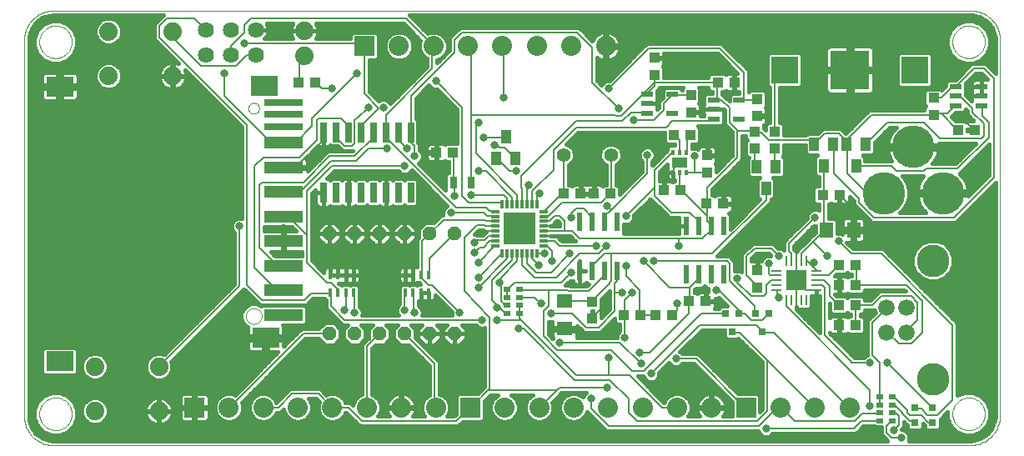
<source format=gtl>
G75*
%MOIN*%
%OFA0B0*%
%FSLAX24Y24*%
%IPPOS*%
%LPD*%
%AMOC8*
5,1,8,0,0,1.08239X$1,22.5*
%
%ADD10C,0.0000*%
%ADD11C,0.0560*%
%ADD12R,0.0433X0.0394*%
%ADD13R,0.0315X0.0472*%
%ADD14R,0.0260X0.0800*%
%ADD15R,0.0472X0.0217*%
%ADD16R,0.1102X0.0787*%
%ADD17R,0.1575X0.0276*%
%ADD18R,0.1575X0.0472*%
%ADD19R,0.1095X0.1095*%
%ADD20R,0.1560X0.1560*%
%ADD21R,0.0394X0.0433*%
%ADD22OC8,0.0560*%
%ADD23C,0.0640*%
%ADD24C,0.0740*%
%ADD25C,0.1700*%
%ADD26R,0.0394X0.0551*%
%ADD27R,0.0480X0.0245*%
%ADD28C,0.0660*%
%ADD29C,0.1300*%
%ADD30R,0.0800X0.0800*%
%ADD31C,0.0800*%
%ADD32R,0.0160X0.0320*%
%ADD33R,0.0551X0.0630*%
%ADD34R,0.0315X0.0315*%
%ADD35R,0.0276X0.0276*%
%ADD36R,0.0256X0.0197*%
%ADD37R,0.0140X0.0240*%
%ADD38R,0.0630X0.0390*%
%ADD39R,0.0210X0.0780*%
%ADD40R,0.0098X0.0394*%
%ADD41R,0.0394X0.0098*%
%ADD42R,0.0787X0.0787*%
%ADD43R,0.0630X0.0551*%
%ADD44R,0.0320X0.0120*%
%ADD45R,0.0120X0.0320*%
%ADD46R,0.1280X0.1280*%
%ADD47C,0.0080*%
%ADD48C,0.0320*%
%ADD49C,0.0160*%
%ADD50OC8,0.0320*%
D10*
X001555Y000430D02*
X038255Y000430D01*
X038321Y000432D01*
X038387Y000437D01*
X038452Y000447D01*
X038516Y000459D01*
X038580Y000476D01*
X038643Y000496D01*
X038705Y000519D01*
X038765Y000546D01*
X038823Y000577D01*
X038880Y000610D01*
X038935Y000647D01*
X038988Y000686D01*
X039038Y000729D01*
X039086Y000774D01*
X039131Y000822D01*
X039174Y000872D01*
X039213Y000925D01*
X039250Y000980D01*
X039283Y001037D01*
X039314Y001095D01*
X039341Y001155D01*
X039364Y001217D01*
X039384Y001280D01*
X039401Y001344D01*
X039413Y001408D01*
X039423Y001473D01*
X039428Y001539D01*
X039430Y001605D01*
X039430Y016696D01*
X039429Y016696D02*
X039424Y016761D01*
X039415Y016826D01*
X039402Y016890D01*
X039386Y016953D01*
X039366Y017016D01*
X039343Y017077D01*
X039317Y017137D01*
X039287Y017195D01*
X039254Y017252D01*
X039217Y017306D01*
X039178Y017359D01*
X039136Y017409D01*
X039091Y017457D01*
X039044Y017502D01*
X038994Y017544D01*
X038941Y017584D01*
X038887Y017620D01*
X038831Y017654D01*
X038772Y017684D01*
X038713Y017711D01*
X038652Y017734D01*
X038589Y017755D01*
X038526Y017771D01*
X038462Y017784D01*
X038397Y017793D01*
X038331Y017799D01*
X038266Y017801D01*
X038200Y017799D01*
X038201Y017800D02*
X001580Y017800D01*
X001513Y017798D01*
X001447Y017792D01*
X001381Y017783D01*
X001316Y017769D01*
X001251Y017752D01*
X001188Y017731D01*
X001126Y017706D01*
X001066Y017678D01*
X001007Y017646D01*
X000950Y017611D01*
X000896Y017573D01*
X000843Y017532D01*
X000794Y017488D01*
X000746Y017440D01*
X000702Y017391D01*
X000661Y017338D01*
X000623Y017284D01*
X000588Y017227D01*
X000556Y017168D01*
X000528Y017108D01*
X000503Y017046D01*
X000482Y016983D01*
X000465Y016918D01*
X000451Y016853D01*
X000442Y016787D01*
X000436Y016721D01*
X000434Y016654D01*
X000434Y001551D01*
X000436Y001486D01*
X000442Y001421D01*
X000451Y001356D01*
X000464Y001292D01*
X000481Y001229D01*
X000502Y001168D01*
X000526Y001107D01*
X000553Y001048D01*
X000584Y000991D01*
X000618Y000935D01*
X000656Y000882D01*
X000696Y000830D01*
X000740Y000782D01*
X000786Y000736D01*
X000834Y000692D01*
X000886Y000652D01*
X000939Y000614D01*
X000994Y000580D01*
X001052Y000549D01*
X001111Y000522D01*
X001172Y000498D01*
X001233Y000477D01*
X001296Y000460D01*
X001360Y000447D01*
X001425Y000438D01*
X001490Y000432D01*
X001555Y000430D01*
X001030Y001680D02*
X001032Y001730D01*
X001038Y001780D01*
X001048Y001830D01*
X001061Y001878D01*
X001078Y001926D01*
X001099Y001972D01*
X001123Y002016D01*
X001151Y002058D01*
X001182Y002098D01*
X001216Y002135D01*
X001253Y002170D01*
X001292Y002201D01*
X001333Y002230D01*
X001377Y002255D01*
X001423Y002277D01*
X001470Y002295D01*
X001518Y002309D01*
X001567Y002320D01*
X001617Y002327D01*
X001667Y002330D01*
X001718Y002329D01*
X001768Y002324D01*
X001818Y002315D01*
X001866Y002303D01*
X001914Y002286D01*
X001960Y002266D01*
X002005Y002243D01*
X002048Y002216D01*
X002088Y002186D01*
X002126Y002153D01*
X002161Y002117D01*
X002194Y002078D01*
X002223Y002037D01*
X002249Y001994D01*
X002272Y001949D01*
X002291Y001902D01*
X002306Y001854D01*
X002318Y001805D01*
X002326Y001755D01*
X002330Y001705D01*
X002330Y001655D01*
X002326Y001605D01*
X002318Y001555D01*
X002306Y001506D01*
X002291Y001458D01*
X002272Y001411D01*
X002249Y001366D01*
X002223Y001323D01*
X002194Y001282D01*
X002161Y001243D01*
X002126Y001207D01*
X002088Y001174D01*
X002048Y001144D01*
X002005Y001117D01*
X001960Y001094D01*
X001914Y001074D01*
X001866Y001057D01*
X001818Y001045D01*
X001768Y001036D01*
X001718Y001031D01*
X001667Y001030D01*
X001617Y001033D01*
X001567Y001040D01*
X001518Y001051D01*
X001470Y001065D01*
X001423Y001083D01*
X001377Y001105D01*
X001333Y001130D01*
X001292Y001159D01*
X001253Y001190D01*
X001216Y001225D01*
X001182Y001262D01*
X001151Y001302D01*
X001123Y001344D01*
X001099Y001388D01*
X001078Y001434D01*
X001061Y001482D01*
X001048Y001530D01*
X001038Y001580D01*
X001032Y001630D01*
X001030Y001680D01*
X009288Y005590D02*
X009290Y005625D01*
X009296Y005660D01*
X009306Y005694D01*
X009319Y005727D01*
X009336Y005758D01*
X009357Y005786D01*
X009380Y005813D01*
X009407Y005836D01*
X009435Y005857D01*
X009466Y005874D01*
X009499Y005887D01*
X009533Y005897D01*
X009568Y005903D01*
X009603Y005905D01*
X009638Y005903D01*
X009673Y005897D01*
X009707Y005887D01*
X009740Y005874D01*
X009771Y005857D01*
X009799Y005836D01*
X009826Y005813D01*
X009849Y005786D01*
X009870Y005758D01*
X009887Y005727D01*
X009900Y005694D01*
X009910Y005660D01*
X009916Y005625D01*
X009918Y005590D01*
X009916Y005555D01*
X009910Y005520D01*
X009900Y005486D01*
X009887Y005453D01*
X009870Y005422D01*
X009849Y005394D01*
X009826Y005367D01*
X009799Y005344D01*
X009771Y005323D01*
X009740Y005306D01*
X009707Y005293D01*
X009673Y005283D01*
X009638Y005277D01*
X009603Y005275D01*
X009568Y005277D01*
X009533Y005283D01*
X009499Y005293D01*
X009466Y005306D01*
X009435Y005323D01*
X009407Y005344D01*
X009380Y005367D01*
X009357Y005394D01*
X009336Y005422D01*
X009319Y005453D01*
X009306Y005486D01*
X009296Y005520D01*
X009290Y005555D01*
X009288Y005590D01*
X009386Y013897D02*
X009388Y013926D01*
X009394Y013954D01*
X009403Y013982D01*
X009416Y014008D01*
X009433Y014031D01*
X009452Y014053D01*
X009474Y014072D01*
X009499Y014087D01*
X009525Y014100D01*
X009553Y014108D01*
X009581Y014113D01*
X009610Y014114D01*
X009639Y014111D01*
X009667Y014104D01*
X009694Y014094D01*
X009720Y014080D01*
X009743Y014063D01*
X009764Y014043D01*
X009782Y014020D01*
X009797Y013995D01*
X009808Y013968D01*
X009816Y013940D01*
X009820Y013911D01*
X009820Y013883D01*
X009816Y013854D01*
X009808Y013826D01*
X009797Y013799D01*
X009782Y013774D01*
X009764Y013751D01*
X009743Y013731D01*
X009720Y013714D01*
X009694Y013700D01*
X009667Y013690D01*
X009639Y013683D01*
X009610Y013680D01*
X009581Y013681D01*
X009553Y013686D01*
X009525Y013694D01*
X009499Y013707D01*
X009474Y013722D01*
X009452Y013741D01*
X009433Y013763D01*
X009416Y013786D01*
X009403Y013812D01*
X009394Y013840D01*
X009388Y013868D01*
X009386Y013897D01*
X001030Y016555D02*
X001032Y016605D01*
X001038Y016655D01*
X001048Y016705D01*
X001061Y016753D01*
X001078Y016801D01*
X001099Y016847D01*
X001123Y016891D01*
X001151Y016933D01*
X001182Y016973D01*
X001216Y017010D01*
X001253Y017045D01*
X001292Y017076D01*
X001333Y017105D01*
X001377Y017130D01*
X001423Y017152D01*
X001470Y017170D01*
X001518Y017184D01*
X001567Y017195D01*
X001617Y017202D01*
X001667Y017205D01*
X001718Y017204D01*
X001768Y017199D01*
X001818Y017190D01*
X001866Y017178D01*
X001914Y017161D01*
X001960Y017141D01*
X002005Y017118D01*
X002048Y017091D01*
X002088Y017061D01*
X002126Y017028D01*
X002161Y016992D01*
X002194Y016953D01*
X002223Y016912D01*
X002249Y016869D01*
X002272Y016824D01*
X002291Y016777D01*
X002306Y016729D01*
X002318Y016680D01*
X002326Y016630D01*
X002330Y016580D01*
X002330Y016530D01*
X002326Y016480D01*
X002318Y016430D01*
X002306Y016381D01*
X002291Y016333D01*
X002272Y016286D01*
X002249Y016241D01*
X002223Y016198D01*
X002194Y016157D01*
X002161Y016118D01*
X002126Y016082D01*
X002088Y016049D01*
X002048Y016019D01*
X002005Y015992D01*
X001960Y015969D01*
X001914Y015949D01*
X001866Y015932D01*
X001818Y015920D01*
X001768Y015911D01*
X001718Y015906D01*
X001667Y015905D01*
X001617Y015908D01*
X001567Y015915D01*
X001518Y015926D01*
X001470Y015940D01*
X001423Y015958D01*
X001377Y015980D01*
X001333Y016005D01*
X001292Y016034D01*
X001253Y016065D01*
X001216Y016100D01*
X001182Y016137D01*
X001151Y016177D01*
X001123Y016219D01*
X001099Y016263D01*
X001078Y016309D01*
X001061Y016357D01*
X001048Y016405D01*
X001038Y016455D01*
X001032Y016505D01*
X001030Y016555D01*
X037530Y016555D02*
X037532Y016605D01*
X037538Y016655D01*
X037548Y016705D01*
X037561Y016753D01*
X037578Y016801D01*
X037599Y016847D01*
X037623Y016891D01*
X037651Y016933D01*
X037682Y016973D01*
X037716Y017010D01*
X037753Y017045D01*
X037792Y017076D01*
X037833Y017105D01*
X037877Y017130D01*
X037923Y017152D01*
X037970Y017170D01*
X038018Y017184D01*
X038067Y017195D01*
X038117Y017202D01*
X038167Y017205D01*
X038218Y017204D01*
X038268Y017199D01*
X038318Y017190D01*
X038366Y017178D01*
X038414Y017161D01*
X038460Y017141D01*
X038505Y017118D01*
X038548Y017091D01*
X038588Y017061D01*
X038626Y017028D01*
X038661Y016992D01*
X038694Y016953D01*
X038723Y016912D01*
X038749Y016869D01*
X038772Y016824D01*
X038791Y016777D01*
X038806Y016729D01*
X038818Y016680D01*
X038826Y016630D01*
X038830Y016580D01*
X038830Y016530D01*
X038826Y016480D01*
X038818Y016430D01*
X038806Y016381D01*
X038791Y016333D01*
X038772Y016286D01*
X038749Y016241D01*
X038723Y016198D01*
X038694Y016157D01*
X038661Y016118D01*
X038626Y016082D01*
X038588Y016049D01*
X038548Y016019D01*
X038505Y015992D01*
X038460Y015969D01*
X038414Y015949D01*
X038366Y015932D01*
X038318Y015920D01*
X038268Y015911D01*
X038218Y015906D01*
X038167Y015905D01*
X038117Y015908D01*
X038067Y015915D01*
X038018Y015926D01*
X037970Y015940D01*
X037923Y015958D01*
X037877Y015980D01*
X037833Y016005D01*
X037792Y016034D01*
X037753Y016065D01*
X037716Y016100D01*
X037682Y016137D01*
X037651Y016177D01*
X037623Y016219D01*
X037599Y016263D01*
X037578Y016309D01*
X037561Y016357D01*
X037548Y016405D01*
X037538Y016455D01*
X037532Y016505D01*
X037530Y016555D01*
X037530Y001680D02*
X037532Y001730D01*
X037538Y001780D01*
X037548Y001830D01*
X037561Y001878D01*
X037578Y001926D01*
X037599Y001972D01*
X037623Y002016D01*
X037651Y002058D01*
X037682Y002098D01*
X037716Y002135D01*
X037753Y002170D01*
X037792Y002201D01*
X037833Y002230D01*
X037877Y002255D01*
X037923Y002277D01*
X037970Y002295D01*
X038018Y002309D01*
X038067Y002320D01*
X038117Y002327D01*
X038167Y002330D01*
X038218Y002329D01*
X038268Y002324D01*
X038318Y002315D01*
X038366Y002303D01*
X038414Y002286D01*
X038460Y002266D01*
X038505Y002243D01*
X038548Y002216D01*
X038588Y002186D01*
X038626Y002153D01*
X038661Y002117D01*
X038694Y002078D01*
X038723Y002037D01*
X038749Y001994D01*
X038772Y001949D01*
X038791Y001902D01*
X038806Y001854D01*
X038818Y001805D01*
X038826Y001755D01*
X038830Y001705D01*
X038830Y001655D01*
X038826Y001605D01*
X038818Y001555D01*
X038806Y001506D01*
X038791Y001458D01*
X038772Y001411D01*
X038749Y001366D01*
X038723Y001323D01*
X038694Y001282D01*
X038661Y001243D01*
X038626Y001207D01*
X038588Y001174D01*
X038548Y001144D01*
X038505Y001117D01*
X038460Y001094D01*
X038414Y001074D01*
X038366Y001057D01*
X038318Y001045D01*
X038268Y001036D01*
X038218Y001031D01*
X038167Y001030D01*
X038117Y001033D01*
X038067Y001040D01*
X038018Y001051D01*
X037970Y001065D01*
X037923Y001083D01*
X037877Y001105D01*
X037833Y001130D01*
X037792Y001159D01*
X037753Y001190D01*
X037716Y001225D01*
X037682Y001262D01*
X037651Y001302D01*
X037623Y001344D01*
X037599Y001388D01*
X037578Y001434D01*
X037561Y001482D01*
X037548Y001530D01*
X037538Y001580D01*
X037532Y001630D01*
X037530Y001680D01*
D11*
X023880Y012030D03*
X021980Y012030D03*
D12*
X021995Y010480D03*
X022665Y010480D03*
X023195Y010480D03*
X023865Y010480D03*
X025995Y010630D03*
X026665Y010630D03*
X027695Y010080D03*
X028365Y010080D03*
X032345Y010430D03*
X033015Y010430D03*
X030430Y012295D03*
X029630Y012295D03*
X029630Y012965D03*
X030430Y012965D03*
X027065Y012830D03*
X026395Y012830D03*
X028145Y014930D03*
X028815Y014930D03*
X036780Y014315D03*
X036780Y013645D03*
X037745Y013030D03*
X038415Y013030D03*
X033665Y006830D03*
X032995Y006830D03*
X032995Y005230D03*
X033665Y005230D03*
X027665Y006180D03*
X026995Y006180D03*
X026315Y005630D03*
X025645Y005630D03*
X017565Y012130D03*
X016895Y012130D03*
D13*
X017576Y010930D03*
X018284Y010930D03*
D14*
X015880Y010520D03*
X015380Y010520D03*
X014880Y010520D03*
X014380Y010520D03*
X013880Y010520D03*
X013380Y010520D03*
X012880Y010520D03*
X012380Y010520D03*
X012380Y012940D03*
X012880Y012940D03*
X013380Y012940D03*
X013880Y012940D03*
X014380Y012940D03*
X014880Y012940D03*
X015380Y012940D03*
X015880Y012940D03*
D15*
X025318Y013706D03*
X025318Y014080D03*
X025318Y014454D03*
X026342Y014454D03*
X026342Y013706D03*
X027983Y013850D03*
X027983Y013476D03*
X029007Y013476D03*
X029007Y014224D03*
X027983Y014224D03*
D16*
X010036Y014802D03*
X001847Y014763D03*
X010076Y004724D03*
X001847Y003779D03*
D17*
X010784Y013149D03*
X010784Y013661D03*
X010784Y014133D03*
D18*
X010784Y012519D03*
X010784Y011535D03*
X010784Y010550D03*
X010784Y009566D03*
X010784Y008582D03*
X010784Y007598D03*
X010784Y006613D03*
X010784Y005629D03*
D19*
X030830Y015430D03*
X036030Y015430D03*
D20*
X033430Y015430D03*
D21*
X029730Y014265D03*
X029730Y013595D03*
X027080Y013745D03*
X027080Y014415D03*
X025630Y015245D03*
X025630Y015915D03*
X027730Y012015D03*
X027730Y011345D03*
X032995Y007630D03*
X033665Y007630D03*
X033665Y006030D03*
X032995Y006030D03*
X029730Y006745D03*
X029730Y007415D03*
X025065Y005630D03*
X024395Y005630D03*
X023130Y005495D03*
X023130Y006165D03*
X012065Y014930D03*
X011395Y014930D03*
D22*
X012630Y008880D03*
X013630Y008880D03*
X014630Y008880D03*
X015630Y008880D03*
X016630Y008880D03*
X017630Y008880D03*
X017630Y004880D03*
X016630Y004880D03*
X015630Y004880D03*
X014630Y004880D03*
X013630Y004880D03*
X012630Y004880D03*
D23*
X009680Y016030D03*
X008680Y016030D03*
X007680Y016030D03*
X007680Y017030D03*
X008680Y017030D03*
X009680Y017030D03*
D24*
X011630Y016980D03*
X011630Y015980D03*
X006360Y015190D03*
X003800Y015190D03*
X003800Y016970D03*
X006360Y016970D03*
X005810Y003570D03*
X003250Y003570D03*
X003250Y001790D03*
X005810Y001790D03*
D25*
X034781Y010505D03*
X037143Y010505D03*
X035962Y012355D03*
D26*
X034054Y012463D03*
X033306Y012463D03*
X032754Y012463D03*
X032006Y012463D03*
X032380Y011597D03*
X033680Y011597D03*
X030454Y011563D03*
X029706Y011563D03*
X030080Y010697D03*
X020054Y011897D03*
X019306Y011897D03*
X019680Y012763D03*
D27*
X037664Y014006D03*
X037664Y014380D03*
X037664Y014754D03*
X038696Y014754D03*
X038696Y014380D03*
X038696Y014006D03*
D28*
X035680Y005922D03*
X034900Y005922D03*
X034900Y004938D03*
X035680Y004938D03*
D29*
X036750Y003060D03*
X036750Y007800D03*
D30*
X029277Y001930D03*
X018254Y001930D03*
X007230Y001930D03*
X014030Y016380D03*
D31*
X015408Y016380D03*
X016786Y016380D03*
X018164Y016380D03*
X019542Y016380D03*
X020920Y016380D03*
X022298Y016380D03*
X023676Y016380D03*
X023765Y001930D03*
X025143Y001930D03*
X026521Y001930D03*
X027899Y001930D03*
X030655Y001930D03*
X032033Y001930D03*
X033411Y001930D03*
X022387Y001930D03*
X021010Y001930D03*
X019632Y001930D03*
X016876Y001930D03*
X015498Y001930D03*
X014120Y001930D03*
X012742Y001930D03*
X011364Y001930D03*
X009986Y001930D03*
X008608Y001930D03*
D32*
X012658Y006526D03*
X012973Y006526D03*
X013287Y006526D03*
X013602Y006526D03*
X013602Y007234D03*
X013287Y007234D03*
X012973Y007234D03*
X012658Y007234D03*
X015658Y007234D03*
X015973Y007234D03*
X016287Y007234D03*
X016602Y007234D03*
X016602Y006526D03*
X016287Y006526D03*
X015973Y006526D03*
X015658Y006526D03*
D33*
X032479Y009030D03*
X033581Y009030D03*
D34*
X036030Y001925D03*
X036730Y001925D03*
X036730Y001335D03*
X036030Y001335D03*
D35*
X029930Y004966D03*
X028730Y004966D03*
X028474Y005694D03*
X028986Y005694D03*
X029674Y005694D03*
X030186Y005694D03*
D36*
X034634Y002352D03*
X034634Y002037D03*
X035126Y002037D03*
X035126Y002352D03*
X035126Y001723D03*
X034634Y001723D03*
X034634Y001408D03*
X035126Y001408D03*
X020226Y005708D03*
X019734Y005708D03*
X019734Y006023D03*
X019734Y006337D03*
X020226Y006337D03*
X020226Y006023D03*
X020226Y006652D03*
X019734Y006652D03*
D37*
X026370Y011320D03*
X026630Y011320D03*
X026890Y011320D03*
X026890Y012140D03*
X026630Y012140D03*
X026370Y012140D03*
D38*
X026630Y011730D03*
D39*
X024130Y009350D03*
X023630Y009350D03*
X023130Y009350D03*
X022630Y009350D03*
X026880Y009200D03*
X027380Y009200D03*
X027880Y009200D03*
X028380Y009200D03*
X024130Y007410D03*
X023630Y007410D03*
X023130Y007410D03*
X022630Y007410D03*
X026880Y007260D03*
X027380Y007260D03*
X027880Y007260D03*
X028380Y007260D03*
D40*
X030899Y007805D03*
X031096Y007805D03*
X031293Y007805D03*
X031489Y007805D03*
X031686Y007805D03*
X031686Y006230D03*
X031489Y006230D03*
X031293Y006230D03*
X031096Y006230D03*
X030899Y006230D03*
D41*
X030505Y006624D03*
X030505Y006821D03*
X030505Y007017D03*
X030505Y007214D03*
X030505Y007411D03*
X032080Y007411D03*
X032080Y007214D03*
X032080Y007017D03*
X032080Y006821D03*
X032080Y006624D03*
D42*
X031293Y007017D03*
D43*
X022030Y006181D03*
X022030Y005079D03*
D44*
X021200Y008390D03*
X021200Y008590D03*
X021200Y008780D03*
X021200Y008980D03*
X021200Y009180D03*
X021200Y009380D03*
X021200Y009570D03*
X021200Y009770D03*
X019260Y009770D03*
X019260Y009570D03*
X019260Y009380D03*
X019260Y009180D03*
X019260Y008980D03*
X019260Y008780D03*
X019260Y008590D03*
X019260Y008390D03*
D45*
X019540Y008110D03*
X019740Y008110D03*
X019930Y008110D03*
X020130Y008110D03*
X020330Y008110D03*
X020530Y008110D03*
X020720Y008110D03*
X020920Y008110D03*
X020920Y010050D03*
X020720Y010050D03*
X020530Y010050D03*
X020330Y010050D03*
X020130Y010050D03*
X019930Y010050D03*
X019740Y010050D03*
X019540Y010050D03*
D46*
X020230Y009080D03*
D47*
X019260Y008980D02*
X018730Y008980D01*
X018680Y008930D01*
X018530Y009230D02*
X018030Y008730D01*
X018030Y006580D01*
X019030Y005530D01*
X019030Y002680D01*
X019005Y002655D01*
X019030Y002630D01*
X021680Y002630D01*
X021705Y002605D01*
X021830Y002730D01*
X023730Y002730D01*
X023830Y003030D02*
X024580Y002280D01*
X024580Y001730D01*
X024930Y001380D01*
X029730Y001380D01*
X030130Y001780D01*
X030130Y003780D01*
X030155Y003805D01*
X029030Y004930D01*
X028730Y004930D01*
X028730Y004966D01*
X029230Y005680D02*
X029480Y005430D01*
X029930Y005430D01*
X030180Y005680D01*
X030186Y005694D01*
X030880Y005980D02*
X030880Y006230D01*
X030899Y006230D01*
X030580Y006330D02*
X030530Y006380D01*
X030530Y006580D01*
X030505Y006624D01*
X030080Y006480D02*
X029980Y006380D01*
X029480Y006380D01*
X028930Y006930D01*
X028930Y007080D01*
X028630Y006980D02*
X028630Y007680D01*
X028530Y007780D01*
X025580Y007780D01*
X025180Y007780D02*
X026230Y006730D01*
X027030Y006730D01*
X027380Y007080D01*
X027380Y007260D01*
X027030Y006730D02*
X027030Y006180D01*
X026995Y006180D01*
X026980Y006180D01*
X026980Y005680D01*
X025430Y004130D01*
X025030Y004130D01*
X025080Y003680D02*
X024230Y004530D01*
X021830Y004530D01*
X021730Y004230D02*
X021180Y004780D01*
X021180Y005780D01*
X021380Y005980D01*
X021380Y006630D01*
X020230Y006630D01*
X020226Y006652D01*
X020030Y006930D02*
X019780Y006680D01*
X019734Y006652D01*
X019730Y006630D01*
X019730Y006380D01*
X019734Y006337D01*
X019480Y006180D02*
X019480Y006930D01*
X019430Y006930D01*
X019480Y006930D02*
X019480Y007130D01*
X020130Y007780D01*
X020130Y008110D01*
X020330Y008110D02*
X020330Y007630D01*
X020830Y007130D01*
X021680Y007130D01*
X022630Y008080D01*
X023380Y008080D01*
X023680Y008380D01*
X023630Y008080D02*
X023130Y007580D01*
X023130Y007410D01*
X022830Y007430D02*
X022830Y007410D01*
X022730Y007380D02*
X022730Y007480D01*
X022630Y007410D01*
X022630Y007430D01*
X022630Y007410D01*
X022630Y007410D01*
X022730Y007380D01*
X022680Y007430D02*
X022630Y007410D01*
X022280Y007330D02*
X021880Y006930D01*
X020030Y006930D01*
X020530Y007680D02*
X020880Y007330D01*
X021480Y007330D01*
X022230Y008080D01*
X021830Y008380D02*
X023280Y008380D01*
X023630Y008080D02*
X023880Y008080D01*
X023880Y006980D01*
X023830Y006930D01*
X023830Y006880D01*
X023130Y006180D01*
X023130Y006165D01*
X023130Y006180D02*
X022030Y006180D01*
X022030Y006181D01*
X022330Y005680D02*
X021480Y005680D01*
X021080Y006080D02*
X020830Y006330D01*
X020230Y006330D01*
X020226Y006337D01*
X020226Y006023D02*
X020230Y005980D01*
X020230Y005730D01*
X020226Y005708D01*
X020230Y005680D01*
X020230Y005480D01*
X020255Y005455D01*
X020230Y005430D01*
X019330Y005430D01*
X019630Y005730D02*
X019355Y006005D01*
X019330Y005980D01*
X019330Y005930D01*
X019355Y006005D02*
X019130Y006230D01*
X019130Y007030D01*
X019930Y007830D01*
X019930Y008110D01*
X019740Y008110D02*
X019730Y008080D01*
X019730Y007880D01*
X018580Y006730D01*
X018580Y007130D02*
X019530Y008080D01*
X019540Y008110D01*
X019260Y008390D02*
X019230Y008380D01*
X018580Y007730D01*
X018430Y008130D02*
X018630Y008330D01*
X018780Y008330D01*
X019040Y008590D01*
X019260Y008590D01*
X019260Y008780D02*
X018980Y008780D01*
X018830Y008630D01*
X018530Y008630D01*
X018430Y008530D01*
X017630Y008880D02*
X016630Y007880D01*
X016630Y007280D01*
X016602Y007234D01*
X016330Y007230D02*
X016287Y007234D01*
X016330Y007280D01*
X016330Y008580D01*
X016630Y008880D01*
X017180Y009430D01*
X018830Y009430D01*
X018880Y009380D01*
X019260Y009380D01*
X019260Y009570D02*
X019230Y009580D01*
X018930Y009580D01*
X018780Y009730D01*
X017480Y009730D01*
X017680Y009930D02*
X014880Y012730D01*
X014880Y012940D01*
X014880Y013630D01*
X016730Y015480D01*
X016730Y016380D01*
X016786Y016380D01*
X016780Y016380D01*
X015680Y017480D01*
X009480Y017480D01*
X009230Y017230D01*
X009230Y016930D01*
X008680Y016380D01*
X008680Y016030D01*
X008880Y015580D02*
X009330Y016030D01*
X009680Y016030D01*
X008880Y015580D02*
X007480Y015580D01*
X006380Y016680D01*
X006380Y016930D01*
X006360Y016970D01*
X006130Y017480D02*
X005830Y017180D01*
X005830Y016730D01*
X009330Y013230D01*
X009330Y006830D01*
X009930Y006230D01*
X011630Y006230D01*
X011880Y006480D01*
X012630Y006480D01*
X012658Y006526D01*
X012680Y006480D01*
X012680Y005980D01*
X013230Y005430D01*
X018730Y005430D01*
X017830Y005730D02*
X016730Y006830D01*
X016580Y006830D01*
X016330Y007080D01*
X016330Y007230D01*
X015973Y006526D02*
X015980Y006480D01*
X015980Y005780D01*
X016030Y005730D01*
X015630Y005830D02*
X015630Y006480D01*
X015658Y006526D01*
X013630Y006480D02*
X013630Y005730D01*
X013280Y005880D02*
X013230Y005830D01*
X013280Y005880D02*
X013280Y006480D01*
X013287Y006526D01*
X012973Y006526D02*
X012930Y006530D01*
X012930Y006680D01*
X012680Y006930D01*
X012530Y006930D01*
X011730Y007730D01*
X011730Y008830D01*
X011705Y008855D01*
X011730Y008880D01*
X011730Y010580D01*
X012730Y011580D01*
X015630Y011580D01*
X016030Y011980D02*
X016030Y012380D01*
X015880Y012530D01*
X015880Y012940D01*
X015880Y014380D01*
X017630Y016130D01*
X017630Y016630D01*
X017930Y016930D01*
X022530Y016930D01*
X023130Y016330D01*
X023130Y014930D01*
X024180Y013880D01*
X024680Y013730D02*
X025280Y013730D01*
X025318Y013706D01*
X025580Y013430D02*
X025980Y013830D01*
X025980Y014080D01*
X026330Y014430D01*
X026342Y014454D01*
X026380Y014430D01*
X027080Y014430D01*
X027080Y014415D01*
X027983Y014224D02*
X028280Y014230D01*
X028630Y013930D01*
X028630Y013330D01*
X028955Y013005D01*
X028930Y012980D01*
X028930Y011930D01*
X027730Y010730D01*
X027730Y010080D01*
X027695Y010080D01*
X027730Y010080D02*
X027730Y009580D01*
X026680Y010630D01*
X026665Y010630D01*
X026630Y010630D01*
X026630Y011320D01*
X026380Y011330D02*
X026370Y011320D01*
X026380Y011330D02*
X026380Y011480D01*
X026630Y011730D01*
X027230Y011980D02*
X027230Y011330D01*
X026930Y011330D01*
X026890Y011320D01*
X027230Y011330D02*
X027730Y011330D01*
X027730Y011345D01*
X026930Y012180D02*
X026890Y012140D01*
X026930Y012180D02*
X026930Y012730D01*
X027030Y012830D01*
X027065Y012830D01*
X026630Y012630D02*
X026430Y012830D01*
X026395Y012830D01*
X026630Y012630D02*
X026630Y012140D01*
X026370Y012140D02*
X026330Y012130D01*
X025630Y011430D01*
X025630Y010730D01*
X024480Y009580D01*
X023880Y009830D02*
X023730Y009980D01*
X023880Y009830D02*
X025330Y011280D01*
X025330Y012030D01*
X025630Y012080D02*
X025650Y012080D01*
X023880Y012030D02*
X023880Y010480D01*
X023865Y010480D01*
X023830Y010480D01*
X023480Y010130D01*
X021930Y010130D01*
X021380Y009580D01*
X021210Y009580D01*
X021200Y009570D01*
X021200Y009380D02*
X021430Y009380D01*
X021630Y009580D01*
X021830Y009580D01*
X022030Y009380D01*
X022030Y008980D01*
X021200Y008980D01*
X021200Y008780D02*
X021380Y008780D01*
X021456Y008780D01*
X021630Y008780D01*
X021630Y008780D01*
X021830Y008780D01*
X021930Y008680D01*
X021930Y008580D01*
X021930Y008680D02*
X022080Y008630D01*
X022080Y008730D02*
X021930Y008680D01*
X021830Y008380D02*
X021630Y008580D01*
X021230Y008580D01*
X021200Y008590D01*
X021200Y008390D02*
X021230Y008380D01*
X021330Y008380D01*
X021530Y008180D01*
X021530Y007780D01*
X020980Y007630D02*
X020730Y007880D01*
X020730Y008080D01*
X020720Y008110D01*
X020530Y008110D02*
X020530Y007680D01*
X020930Y008080D02*
X020920Y008110D01*
X020930Y008080D02*
X021230Y008080D01*
X022330Y008980D02*
X022630Y008680D01*
X026580Y008680D01*
X026580Y008380D01*
X026580Y008680D02*
X027530Y008680D01*
X027880Y009030D01*
X027880Y009200D01*
X027880Y009230D01*
X027730Y009380D01*
X027730Y009580D01*
X027380Y009380D02*
X027380Y009200D01*
X027380Y009380D02*
X027030Y009730D01*
X026280Y009730D01*
X025630Y010380D01*
X025630Y010730D01*
X023880Y009830D02*
X023630Y009580D01*
X023630Y009350D01*
X023130Y009350D02*
X023130Y009530D01*
X022780Y009880D01*
X022480Y009880D01*
X022280Y009680D01*
X022280Y009530D01*
X021730Y009280D02*
X021630Y009180D01*
X021200Y009180D01*
X022030Y008980D02*
X022330Y008980D01*
X021230Y009780D02*
X021200Y009770D01*
X021230Y009780D02*
X021930Y010480D01*
X021980Y010480D01*
X021995Y010480D01*
X021980Y010480D02*
X021980Y012030D01*
X021580Y012230D02*
X022480Y013130D01*
X026080Y013130D01*
X026330Y013380D01*
X027930Y013380D01*
X027980Y013430D01*
X027983Y013476D01*
X028955Y013005D02*
X028980Y012980D01*
X029630Y012980D01*
X029630Y012965D01*
X029630Y012930D01*
X029880Y012930D01*
X030180Y012630D01*
X031830Y012630D01*
X031980Y012480D01*
X032006Y012463D01*
X032030Y012480D01*
X032430Y012880D01*
X032980Y012880D01*
X033180Y012680D01*
X033280Y012680D01*
X033306Y012463D01*
X033330Y012430D01*
X033330Y011280D01*
X034080Y010530D01*
X034780Y010530D01*
X034781Y010505D01*
X033780Y010280D02*
X033780Y010130D01*
X034380Y009530D01*
X037580Y009530D01*
X039180Y011130D01*
X039180Y015080D01*
X038780Y015480D01*
X038380Y015480D01*
X037680Y014780D01*
X037664Y014754D01*
X037630Y014730D01*
X037480Y014730D01*
X037080Y014330D01*
X036780Y014330D01*
X036780Y014315D01*
X037330Y013680D02*
X037630Y013980D01*
X037664Y014006D01*
X037330Y013680D02*
X037080Y013680D01*
X037730Y013030D01*
X037745Y013030D01*
X037930Y013480D02*
X038380Y013030D01*
X038415Y013030D01*
X038680Y012680D02*
X038780Y012780D01*
X038780Y013280D01*
X038330Y013730D01*
X038330Y013880D01*
X037830Y014380D01*
X037664Y014380D01*
X038696Y014006D02*
X038730Y013980D01*
X038730Y013580D01*
X038980Y013330D01*
X038980Y012730D01*
X037730Y011480D01*
X036480Y011480D01*
X036380Y011380D01*
X035280Y011380D01*
X035080Y011580D01*
X033680Y011580D01*
X033680Y011597D01*
X032780Y011280D02*
X033780Y010280D01*
X033581Y009863D02*
X033015Y010430D01*
X032380Y010430D02*
X032345Y010430D01*
X032380Y010430D02*
X032380Y008980D01*
X032479Y009030D01*
X032380Y008980D02*
X031955Y008555D01*
X032530Y007980D01*
X031980Y007730D02*
X031780Y007730D01*
X032080Y007430D01*
X032080Y007411D01*
X032080Y007230D02*
X032080Y007214D01*
X032080Y007230D02*
X032580Y007230D01*
X032980Y007630D01*
X032995Y007630D01*
X033665Y007630D02*
X033680Y007630D01*
X033680Y006830D01*
X033665Y006830D01*
X033680Y006830D02*
X035680Y006830D01*
X036330Y006180D01*
X036330Y004930D01*
X035880Y004480D01*
X035380Y004480D01*
X034930Y004930D01*
X034900Y004938D01*
X034330Y005330D02*
X034880Y005880D01*
X034900Y005922D01*
X034680Y006380D02*
X034330Y006030D01*
X033665Y006030D01*
X033665Y005230D01*
X034330Y005330D02*
X034330Y004030D01*
X034630Y003730D01*
X034630Y002380D01*
X034634Y002352D01*
X034630Y002330D01*
X034630Y002080D01*
X034634Y002037D01*
X034230Y001980D02*
X034230Y002630D01*
X030880Y005980D01*
X031293Y006230D02*
X031293Y007017D01*
X031293Y007805D01*
X031293Y008267D01*
X031280Y008280D01*
X031080Y008080D02*
X031080Y007830D01*
X031096Y007805D01*
X031480Y007830D02*
X031489Y007805D01*
X031480Y007830D02*
X031480Y008080D01*
X031955Y008555D01*
X030980Y008480D02*
X030980Y008180D01*
X031080Y008080D01*
X030580Y007980D02*
X030280Y008280D01*
X029630Y008280D01*
X029605Y008259D01*
X029280Y007980D01*
X029280Y007230D01*
X029730Y006780D01*
X029730Y006745D01*
X030080Y006830D02*
X030080Y006480D01*
X030080Y006830D02*
X030280Y007030D01*
X030480Y007030D01*
X030505Y007017D01*
X030505Y007214D02*
X030480Y007230D01*
X030230Y007230D01*
X030180Y007280D01*
X030180Y007680D01*
X031686Y007805D02*
X031730Y007780D01*
X031780Y007730D01*
X032080Y007030D02*
X032080Y007017D01*
X032080Y007030D02*
X032380Y007030D01*
X032630Y006780D01*
X032630Y006380D01*
X032980Y006030D01*
X032995Y006030D01*
X032430Y006730D02*
X032430Y004830D01*
X033530Y003730D01*
X034230Y003730D01*
X034930Y003730D02*
X036730Y001930D01*
X036730Y001925D01*
X036530Y001630D02*
X036280Y001880D01*
X036030Y001880D01*
X036030Y001925D01*
X035730Y001830D02*
X035730Y001730D01*
X035830Y001630D01*
X036280Y001630D01*
X036575Y001335D01*
X036730Y001335D01*
X036930Y001630D02*
X036530Y001630D01*
X036930Y001630D02*
X037530Y002230D01*
X037530Y005230D01*
X034680Y008080D01*
X033480Y008080D01*
X032980Y008580D01*
X033581Y009030D02*
X033581Y009863D01*
X032380Y010430D02*
X032380Y011597D01*
X032780Y011280D02*
X032780Y012430D01*
X032754Y012463D01*
X033280Y012630D02*
X033306Y012463D01*
X033280Y012630D02*
X034280Y013630D01*
X036780Y013630D01*
X036780Y013645D01*
X036780Y013680D01*
X037080Y013680D01*
X036380Y013330D02*
X034930Y013330D01*
X034080Y012480D01*
X034054Y012463D01*
X036380Y013330D02*
X037030Y012680D01*
X038680Y012680D01*
X032030Y009530D02*
X030980Y008480D01*
X031293Y007017D02*
X031686Y006624D01*
X032080Y006624D01*
X032080Y006821D02*
X032080Y006830D01*
X032330Y006830D01*
X032430Y006730D01*
X034680Y006380D02*
X035880Y006380D01*
X036130Y006130D01*
X036130Y005430D01*
X035680Y004980D01*
X035680Y004938D01*
X033930Y004430D02*
X033928Y004426D01*
X033530Y003730D02*
X033480Y003730D01*
X033380Y001930D02*
X030380Y004930D01*
X029930Y004930D01*
X029930Y004966D01*
X029930Y004980D01*
X029680Y005230D01*
X027430Y005230D01*
X025480Y003280D01*
X025180Y003380D02*
X024730Y003380D01*
X023880Y004230D01*
X021730Y004230D01*
X022130Y004930D02*
X022030Y005030D01*
X022030Y005079D01*
X022130Y004930D02*
X023580Y004930D01*
X023380Y005130D02*
X022880Y005130D01*
X022330Y005680D01*
X023130Y005530D02*
X023130Y005495D01*
X023130Y005530D02*
X023580Y005980D01*
X024030Y005780D02*
X024030Y006530D01*
X024330Y006530D01*
X024030Y006530D02*
X024030Y006880D01*
X024130Y006980D01*
X024130Y007410D01*
X024480Y007580D02*
X024480Y007180D01*
X025030Y006630D01*
X025030Y005630D01*
X025065Y005630D01*
X025645Y005630D01*
X026315Y005630D02*
X026330Y005630D01*
X026530Y005830D01*
X026530Y006080D01*
X027480Y005680D02*
X025180Y003380D01*
X024630Y003230D02*
X025930Y001930D01*
X026521Y001930D01*
X027280Y003880D02*
X029230Y001930D01*
X029277Y001930D01*
X029780Y001180D02*
X030530Y001930D01*
X030655Y001930D01*
X030680Y001930D01*
X031230Y001380D01*
X033630Y001380D01*
X033930Y001680D01*
X034630Y001680D01*
X034634Y001723D01*
X035126Y001723D02*
X035130Y001680D01*
X035280Y001680D01*
X035380Y001580D01*
X035380Y001230D01*
X035180Y001030D01*
X034880Y000930D02*
X034880Y001180D01*
X035080Y001380D01*
X035126Y001408D01*
X035530Y001680D02*
X035830Y001380D01*
X036030Y001380D01*
X036030Y001335D01*
X035530Y001680D02*
X035530Y001730D01*
X035230Y002030D01*
X035130Y002030D01*
X035126Y002037D01*
X035130Y002330D02*
X035126Y002352D01*
X035130Y002330D02*
X035230Y002330D01*
X035730Y001830D01*
X034634Y001408D02*
X034630Y001380D01*
X033880Y001380D01*
X033580Y001080D01*
X030080Y001080D01*
X029780Y001180D02*
X023780Y001180D01*
X023080Y001880D01*
X023080Y002280D01*
X021705Y002605D02*
X021030Y001930D01*
X021010Y001930D01*
X019005Y002655D02*
X018280Y001930D01*
X018254Y001930D01*
X018230Y001930D01*
X017680Y001380D01*
X013930Y001380D01*
X013380Y001930D01*
X012742Y001930D01*
X012730Y001930D01*
X012180Y002480D01*
X011130Y002480D01*
X010580Y001930D01*
X009986Y001930D01*
X008630Y001930D02*
X008608Y001930D01*
X008630Y001930D02*
X011580Y004880D01*
X012630Y004880D01*
X014130Y004380D02*
X014630Y004880D01*
X014130Y004380D02*
X014130Y001930D01*
X014120Y001930D01*
X016830Y001930D02*
X016876Y001930D01*
X016830Y001930D02*
X016830Y003680D01*
X015630Y004880D01*
X013630Y006480D02*
X013602Y006526D01*
X010784Y006613D02*
X010780Y006630D01*
X010530Y006630D01*
X009630Y007530D01*
X009630Y011580D01*
X009980Y011930D01*
X011430Y011930D01*
X012130Y012630D01*
X012130Y013430D01*
X012180Y013480D01*
X013080Y013480D01*
X013380Y013180D01*
X013380Y012940D01*
X012880Y012940D02*
X012880Y012730D01*
X013230Y012380D01*
X013530Y012380D01*
X013630Y012480D01*
X013630Y013430D01*
X013680Y013480D01*
X013730Y013480D01*
X014180Y013930D01*
X014605Y013905D02*
X014030Y014480D01*
X014030Y016380D01*
X013930Y016480D01*
X009230Y016480D01*
X007680Y017030D02*
X007230Y017480D01*
X006130Y017480D01*
X008430Y015280D02*
X008430Y014380D01*
X010280Y012530D01*
X010780Y012530D01*
X010784Y012519D01*
X010830Y012530D01*
X011280Y012530D01*
X011930Y013180D01*
X011930Y013480D01*
X013730Y015280D01*
X012730Y014680D02*
X012330Y014680D01*
X012080Y014930D01*
X012065Y014930D01*
X011430Y014930D02*
X011395Y014930D01*
X011430Y014930D02*
X011430Y015780D01*
X011630Y015980D01*
X013880Y013180D02*
X014605Y013905D01*
X014630Y013930D01*
X014780Y013930D01*
X013880Y013180D02*
X013880Y012940D01*
X014380Y012940D02*
X014380Y012730D01*
X013630Y011980D01*
X012630Y011980D01*
X011580Y010930D01*
X009930Y010930D01*
X009830Y010830D01*
X009830Y008330D01*
X010530Y007630D01*
X010780Y007630D01*
X010784Y007598D01*
X009030Y006780D02*
X005830Y003580D01*
X005810Y003570D01*
X009030Y006780D02*
X009030Y009180D01*
X010784Y009566D02*
X010830Y009530D01*
X011030Y009530D01*
X011705Y008855D01*
X010784Y010550D02*
X010830Y010580D01*
X011480Y010580D01*
X012680Y011780D01*
X013680Y011780D01*
X014180Y012280D01*
X014930Y012280D01*
X015380Y012630D02*
X015730Y012280D01*
X015380Y012630D02*
X015380Y012940D01*
X017565Y012130D02*
X017580Y012130D01*
X017580Y010930D01*
X017576Y010930D01*
X017580Y010930D02*
X017630Y010880D01*
X017630Y010380D01*
X017930Y010380D02*
X018180Y010130D01*
X019530Y010130D01*
X019540Y010050D01*
X019730Y010080D02*
X019730Y010280D01*
X019580Y010430D01*
X018280Y010430D01*
X017930Y010380D02*
X017930Y013930D01*
X016880Y014980D01*
X018164Y016380D02*
X018180Y016380D01*
X018280Y016280D01*
X018280Y013630D01*
X024030Y013630D01*
X024080Y013580D01*
X024280Y013580D01*
X025630Y014930D01*
X028130Y014930D01*
X028145Y014930D01*
X028130Y014930D02*
X028130Y014330D01*
X028030Y014230D01*
X027983Y014224D01*
X029007Y014224D02*
X029180Y014230D01*
X029180Y015330D01*
X028230Y016280D01*
X025380Y016280D01*
X023780Y014680D01*
X025318Y014454D02*
X025330Y014480D01*
X025630Y014780D01*
X025630Y014930D01*
X025630Y015245D01*
X024680Y013730D02*
X024330Y013380D01*
X022480Y013380D01*
X020280Y011180D01*
X020280Y010730D01*
X020330Y010680D01*
X020330Y010050D01*
X020130Y010050D02*
X020130Y010430D01*
X018480Y012080D01*
X018480Y013230D01*
X018580Y013330D01*
X018280Y013630D02*
X018280Y010930D01*
X018284Y010930D01*
X018580Y011380D02*
X018880Y011380D01*
X019930Y010330D01*
X019930Y010050D01*
X019740Y010050D02*
X019730Y010080D01*
X019260Y009770D02*
X019230Y009780D01*
X019030Y009780D01*
X018880Y009930D01*
X017680Y009930D01*
X018530Y009230D02*
X018780Y009230D01*
X018880Y009180D01*
X019260Y009180D01*
X019260Y009570D02*
X019280Y009580D01*
X020530Y010050D02*
X020530Y010780D01*
X020580Y010830D01*
X020730Y010580D02*
X021580Y011430D01*
X021580Y012230D01*
X020054Y011897D02*
X020030Y011930D01*
X019630Y012330D01*
X019430Y012330D01*
X019330Y012430D01*
X019230Y012430D01*
X018780Y012730D02*
X019680Y012730D01*
X019680Y012763D01*
X019306Y011897D02*
X019330Y011880D01*
X019830Y011380D01*
X020080Y011380D01*
X020730Y010580D02*
X020730Y010080D01*
X020720Y010050D01*
X020920Y010050D02*
X020930Y010080D01*
X020930Y010380D01*
X021030Y010480D01*
X023619Y011669D02*
X023630Y011680D01*
X024780Y013430D02*
X025580Y013430D01*
X029007Y014224D02*
X029030Y014230D01*
X029180Y014230D01*
X029730Y014230D01*
X029730Y014265D01*
X030430Y015030D02*
X030830Y015430D01*
X030430Y015030D02*
X030430Y012965D01*
X030430Y012295D02*
X030430Y011580D01*
X030454Y011563D01*
X029706Y011563D02*
X029680Y011580D01*
X029630Y011630D01*
X029630Y012295D01*
X030080Y010697D02*
X030080Y010230D01*
X027930Y008080D01*
X023880Y008080D01*
X023630Y007410D02*
X023630Y007230D01*
X022980Y006580D01*
X022180Y006580D01*
X022130Y006630D01*
X021380Y006630D01*
X019734Y006023D02*
X019730Y006030D01*
X019630Y006030D01*
X019480Y006180D01*
X019630Y005730D02*
X019730Y005730D01*
X019734Y005708D01*
X020255Y005455D02*
X022480Y003230D01*
X023780Y003230D01*
X023780Y003930D01*
X023780Y003230D02*
X024630Y003230D01*
X023830Y003030D02*
X022430Y003030D01*
X020380Y005080D01*
X020180Y005080D01*
X023380Y005130D02*
X024030Y005780D01*
X024395Y005630D02*
X024430Y005630D01*
X024430Y006230D01*
X024730Y006530D01*
X024430Y005630D02*
X024430Y004730D01*
X026480Y003880D02*
X027280Y003880D01*
X030155Y003805D02*
X032030Y001930D01*
X032033Y001930D01*
X033380Y001930D02*
X033411Y001930D01*
X034880Y000930D02*
X035080Y000730D01*
X035480Y000730D01*
X029674Y005694D02*
X029630Y005730D01*
X029630Y005980D01*
X028630Y006980D01*
X028180Y006630D02*
X028080Y006630D01*
X028180Y006630D02*
X028980Y005830D01*
X028980Y005730D01*
X028986Y005694D01*
X029030Y005680D01*
X029230Y005680D01*
X028474Y005694D02*
X028430Y005680D01*
X027480Y005680D01*
X012380Y012630D02*
X012380Y012940D01*
X012380Y012630D02*
X011330Y011580D01*
X010830Y011580D01*
X010784Y011535D01*
X019580Y014330D02*
X019580Y016380D01*
X019542Y016380D01*
D48*
X016880Y014980D03*
X014780Y013930D03*
X014180Y013930D03*
X012730Y014680D03*
X013730Y015280D03*
X009230Y016480D03*
X008430Y015280D03*
X014930Y012280D03*
X015730Y012280D03*
X016030Y011980D03*
X015630Y011580D03*
X018280Y010430D03*
X017630Y010380D03*
X017480Y009730D03*
X018680Y008930D03*
X018430Y008530D03*
X018430Y008130D03*
X018580Y007730D03*
X018580Y007130D03*
X019430Y006930D03*
X018580Y006730D03*
X019330Y005930D03*
X019330Y005430D03*
X018730Y005430D03*
X017830Y005730D03*
X016030Y005730D03*
X015630Y005830D03*
X013630Y005730D03*
X013230Y005830D03*
X020180Y005080D03*
X021480Y005680D03*
X021080Y006080D03*
X023580Y005980D03*
X024330Y006530D03*
X024730Y006530D03*
X026530Y006080D03*
X028080Y006630D03*
X028930Y007080D03*
X030180Y007680D03*
X030580Y007980D03*
X031980Y007730D03*
X032530Y007980D03*
X032980Y008580D03*
X032030Y009530D03*
X027230Y011980D03*
X025330Y012030D03*
X024780Y013430D03*
X024180Y013880D03*
X023780Y014680D03*
X019580Y014330D03*
X018580Y013330D03*
X018780Y012730D03*
X019230Y012430D03*
X018580Y011380D03*
X020080Y011380D03*
X020580Y010830D03*
X021030Y010480D03*
X022280Y009530D03*
X023730Y009980D03*
X024480Y009580D03*
X023680Y008380D03*
X023280Y008380D03*
X022230Y008080D03*
X021530Y007780D03*
X020980Y007630D03*
X021230Y008080D03*
X021930Y008680D03*
X022280Y007330D03*
X024480Y007580D03*
X025180Y007780D03*
X025580Y007780D03*
X026580Y008380D03*
X030580Y006330D03*
X026480Y003880D03*
X025080Y003680D03*
X025030Y004130D03*
X024430Y004730D03*
X023580Y004930D03*
X021830Y004530D03*
X023780Y003930D03*
X025480Y003280D03*
X023730Y002730D03*
X023080Y002280D03*
X030080Y001080D03*
X034230Y001980D03*
X035180Y001030D03*
X035480Y000730D03*
X034930Y003730D03*
X034230Y003730D03*
X037930Y013480D03*
X009030Y009180D03*
D49*
X001128Y000713D02*
X000890Y000886D01*
X000717Y001124D01*
X000626Y001404D01*
X000614Y001551D01*
X000614Y016654D01*
X000626Y016805D01*
X000719Y017092D01*
X000897Y017337D01*
X001142Y017515D01*
X001429Y017608D01*
X001580Y017620D01*
X001580Y017620D01*
X001655Y017620D01*
X005987Y017620D01*
X005930Y017563D01*
X005630Y017263D01*
X005630Y016647D01*
X005747Y016530D01*
X006584Y015693D01*
X006571Y015700D01*
X006489Y015726D01*
X006403Y015740D01*
X006380Y015740D01*
X006380Y015210D01*
X006910Y015210D01*
X006910Y015233D01*
X006896Y015319D01*
X006870Y015401D01*
X006863Y015414D01*
X009130Y013147D01*
X009130Y009485D01*
X009094Y009500D01*
X008966Y009500D01*
X008849Y009451D01*
X008759Y009361D01*
X008710Y009244D01*
X008710Y009116D01*
X008759Y008999D01*
X008830Y008927D01*
X008830Y006863D01*
X006023Y004056D01*
X005915Y004100D01*
X005705Y004100D01*
X005510Y004019D01*
X005361Y003870D01*
X005280Y003675D01*
X005280Y003465D01*
X005361Y003270D01*
X005510Y003121D01*
X005705Y003040D01*
X005915Y003040D01*
X006110Y003121D01*
X006259Y003270D01*
X006340Y003465D01*
X006340Y003675D01*
X006301Y003769D01*
X009205Y006672D01*
X009247Y006630D01*
X009847Y006030D01*
X011713Y006030D01*
X011830Y006147D01*
X011963Y006280D01*
X012437Y006280D01*
X012480Y006237D01*
X012480Y005897D01*
X013030Y005347D01*
X013147Y005230D01*
X013358Y005230D01*
X013190Y005062D01*
X013190Y004698D01*
X013448Y004440D01*
X013812Y004440D01*
X014070Y004698D01*
X014070Y005062D01*
X013902Y005230D01*
X014358Y005230D01*
X014190Y005062D01*
X014190Y004723D01*
X013930Y004463D01*
X013930Y002458D01*
X013803Y002405D01*
X013645Y002247D01*
X013560Y002041D01*
X013560Y002033D01*
X013463Y002130D01*
X013265Y002130D01*
X013217Y002247D01*
X013059Y002405D01*
X012853Y002490D01*
X012630Y002490D01*
X012505Y002438D01*
X012263Y002680D01*
X011047Y002680D01*
X010930Y002563D01*
X010506Y002139D01*
X010461Y002247D01*
X010303Y002405D01*
X010097Y002490D01*
X009875Y002490D01*
X009669Y002405D01*
X009511Y002247D01*
X009426Y002041D01*
X009426Y001819D01*
X009511Y001613D01*
X009669Y001455D01*
X009875Y001370D01*
X010097Y001370D01*
X010303Y001455D01*
X010461Y001613D01*
X010509Y001730D01*
X010663Y001730D01*
X010804Y001871D01*
X010804Y001819D01*
X010889Y001613D01*
X011047Y001455D01*
X011252Y001370D01*
X011475Y001370D01*
X011681Y001455D01*
X011839Y001613D01*
X011924Y001819D01*
X011924Y002041D01*
X011839Y002247D01*
X011806Y002280D01*
X012097Y002280D01*
X012227Y002150D01*
X012182Y002041D01*
X012182Y001819D01*
X012267Y001613D01*
X012425Y001455D01*
X012630Y001370D01*
X012853Y001370D01*
X013059Y001455D01*
X013217Y001613D01*
X013265Y001730D01*
X013297Y001730D01*
X013730Y001297D01*
X013847Y001180D01*
X017763Y001180D01*
X017953Y001370D01*
X018720Y001370D01*
X018814Y001464D01*
X018814Y002181D01*
X019063Y002430D01*
X019375Y002430D01*
X019314Y002405D01*
X019157Y002247D01*
X019072Y002041D01*
X019072Y001819D01*
X019157Y001613D01*
X019314Y001455D01*
X019520Y001370D01*
X019743Y001370D01*
X019949Y001455D01*
X020106Y001613D01*
X020192Y001819D01*
X020192Y002041D01*
X020106Y002247D01*
X019949Y002405D01*
X019888Y002430D01*
X020753Y002430D01*
X020692Y002405D01*
X020535Y002247D01*
X020450Y002041D01*
X020450Y001819D01*
X020535Y001613D01*
X020692Y001455D01*
X020898Y001370D01*
X021121Y001370D01*
X021327Y001455D01*
X021484Y001613D01*
X021570Y001819D01*
X021570Y002041D01*
X021527Y002144D01*
X021788Y002405D01*
X021905Y002522D01*
X021905Y002522D01*
X021913Y002530D01*
X022877Y002530D01*
X022809Y002461D01*
X022762Y002348D01*
X022705Y002405D01*
X022499Y002490D01*
X022276Y002490D01*
X022070Y002405D01*
X021913Y002247D01*
X021827Y002041D01*
X021827Y001819D01*
X021913Y001613D01*
X022070Y001455D01*
X022276Y001370D01*
X022499Y001370D01*
X022705Y001455D01*
X022862Y001613D01*
X022921Y001756D01*
X023580Y001097D01*
X023697Y000980D01*
X029775Y000980D01*
X029809Y000899D01*
X029899Y000809D01*
X030016Y000760D01*
X030144Y000760D01*
X030261Y000809D01*
X030333Y000880D01*
X033663Y000880D01*
X033780Y000997D01*
X033963Y001180D01*
X034409Y001180D01*
X034440Y001149D01*
X034680Y001149D01*
X034680Y000847D01*
X034797Y000730D01*
X034797Y000730D01*
X034880Y000647D01*
X034917Y000610D01*
X001555Y000610D01*
X001408Y000622D01*
X001128Y000713D01*
X001080Y000747D02*
X034780Y000747D01*
X034880Y000647D02*
X034880Y000647D01*
X034680Y000906D02*
X033688Y000906D01*
X033847Y001064D02*
X034680Y001064D01*
X035500Y001064D02*
X035759Y001064D01*
X035713Y001111D02*
X035806Y001017D01*
X036254Y001017D01*
X036347Y001111D01*
X036347Y001280D01*
X036413Y001215D01*
X036413Y001111D01*
X036506Y001017D01*
X036954Y001017D01*
X037047Y001111D01*
X037047Y001465D01*
X037330Y001747D01*
X037330Y001511D01*
X037459Y001199D01*
X037699Y000959D01*
X038011Y000830D01*
X038349Y000830D01*
X038661Y000959D01*
X038661Y000959D01*
X038901Y001199D01*
X039030Y001511D01*
X039030Y001849D01*
X038901Y002161D01*
X038901Y002161D01*
X038661Y002401D01*
X038349Y002530D01*
X038011Y002530D01*
X037730Y002414D01*
X037730Y005313D01*
X034880Y008163D01*
X034763Y008280D01*
X033563Y008280D01*
X033308Y008535D01*
X033523Y008535D01*
X033523Y008972D01*
X033126Y008972D01*
X033126Y008866D01*
X033044Y008900D01*
X032916Y008900D01*
X032914Y008899D01*
X032914Y009411D01*
X032821Y009505D01*
X032580Y009505D01*
X032580Y010073D01*
X032628Y010073D01*
X032666Y010111D01*
X032688Y010089D01*
X032729Y010065D01*
X032774Y010053D01*
X032996Y010053D01*
X032996Y010412D01*
X033033Y010412D01*
X033033Y010053D01*
X033255Y010053D01*
X033301Y010065D01*
X033342Y010089D01*
X033375Y010123D01*
X033399Y010164D01*
X033411Y010209D01*
X033411Y010366D01*
X033580Y010197D01*
X033580Y010047D01*
X034180Y009447D01*
X034297Y009330D01*
X037663Y009330D01*
X039250Y010917D01*
X039250Y001605D01*
X039238Y001450D01*
X039142Y001153D01*
X038959Y000901D01*
X038707Y000718D01*
X038410Y000622D01*
X038255Y000610D01*
X035777Y000610D01*
X035800Y000666D01*
X035800Y000794D01*
X035751Y000911D01*
X035661Y001001D01*
X035544Y001050D01*
X035500Y001050D01*
X035500Y001067D01*
X035580Y001147D01*
X035580Y001347D01*
X035630Y001297D01*
X035713Y001215D01*
X035713Y001111D01*
X035705Y001223D02*
X035580Y001223D01*
X035754Y000906D02*
X037829Y000906D01*
X037699Y000959D02*
X037699Y000959D01*
X037594Y001064D02*
X037001Y001064D01*
X037047Y001223D02*
X037449Y001223D01*
X037459Y001199D02*
X037459Y001199D01*
X037384Y001381D02*
X037047Y001381D01*
X037122Y001540D02*
X037330Y001540D01*
X037330Y001698D02*
X037281Y001698D01*
X036405Y001223D02*
X036347Y001223D01*
X036301Y001064D02*
X036459Y001064D01*
X035800Y000747D02*
X038746Y000747D01*
X038531Y000906D02*
X038961Y000906D01*
X039077Y001064D02*
X038766Y001064D01*
X038911Y001223D02*
X039164Y001223D01*
X039215Y001381D02*
X038976Y001381D01*
X039030Y001540D02*
X039245Y001540D01*
X039250Y001698D02*
X039030Y001698D01*
X039027Y001857D02*
X039250Y001857D01*
X039250Y002015D02*
X038961Y002015D01*
X038889Y002174D02*
X039250Y002174D01*
X039250Y002332D02*
X038730Y002332D01*
X038661Y002401D02*
X038661Y002401D01*
X038444Y002491D02*
X039250Y002491D01*
X039250Y002649D02*
X037730Y002649D01*
X037730Y002491D02*
X037916Y002491D01*
X037730Y002808D02*
X039250Y002808D01*
X039250Y002966D02*
X037730Y002966D01*
X037730Y003125D02*
X039250Y003125D01*
X039250Y003283D02*
X037730Y003283D01*
X037730Y003442D02*
X039250Y003442D01*
X039250Y003600D02*
X037730Y003600D01*
X037730Y003759D02*
X039250Y003759D01*
X039250Y003917D02*
X037730Y003917D01*
X037730Y004076D02*
X039250Y004076D01*
X039250Y004234D02*
X037730Y004234D01*
X037730Y004393D02*
X039250Y004393D01*
X039250Y004551D02*
X037730Y004551D01*
X037730Y004710D02*
X039250Y004710D01*
X039250Y004868D02*
X037730Y004868D01*
X037730Y005027D02*
X039250Y005027D01*
X039250Y005185D02*
X037730Y005185D01*
X037699Y005344D02*
X039250Y005344D01*
X039250Y005502D02*
X037541Y005502D01*
X037382Y005661D02*
X039250Y005661D01*
X039250Y005819D02*
X037224Y005819D01*
X037065Y005978D02*
X039250Y005978D01*
X039250Y006136D02*
X036907Y006136D01*
X036748Y006295D02*
X039250Y006295D01*
X039250Y006453D02*
X036590Y006453D01*
X036431Y006612D02*
X039250Y006612D01*
X039250Y006770D02*
X036273Y006770D01*
X036114Y006929D02*
X039250Y006929D01*
X039250Y007087D02*
X037145Y007087D01*
X037209Y007113D02*
X037437Y007341D01*
X037560Y007639D01*
X037560Y007961D01*
X037437Y008259D01*
X037209Y008487D01*
X036911Y008610D01*
X036589Y008610D01*
X036291Y008487D01*
X036063Y008259D01*
X035940Y007961D01*
X035940Y007639D01*
X036063Y007341D01*
X036291Y007113D01*
X036589Y006990D01*
X036911Y006990D01*
X037209Y007113D01*
X037341Y007246D02*
X039250Y007246D01*
X039250Y007404D02*
X037463Y007404D01*
X037528Y007563D02*
X039250Y007563D01*
X039250Y007721D02*
X037560Y007721D01*
X037560Y007880D02*
X039250Y007880D01*
X039250Y008038D02*
X037528Y008038D01*
X037462Y008197D02*
X039250Y008197D01*
X039250Y008355D02*
X037340Y008355D01*
X037144Y008514D02*
X039250Y008514D01*
X039250Y008672D02*
X034032Y008672D01*
X034037Y008691D02*
X034037Y008972D01*
X033639Y008972D01*
X033639Y008535D01*
X033880Y008535D01*
X033926Y008547D01*
X033967Y008571D01*
X034001Y008605D01*
X034025Y008646D01*
X034037Y008691D01*
X034037Y008831D02*
X039250Y008831D01*
X039250Y008989D02*
X033639Y008989D01*
X033639Y008972D02*
X033639Y009088D01*
X033523Y009088D01*
X033523Y008972D01*
X033639Y008972D01*
X033639Y009088D02*
X034037Y009088D01*
X034037Y009369D01*
X034025Y009414D01*
X034001Y009455D01*
X033967Y009489D01*
X033926Y009513D01*
X033880Y009525D01*
X033639Y009525D01*
X033639Y009088D01*
X033639Y009148D02*
X033523Y009148D01*
X033523Y009088D02*
X033523Y009525D01*
X033282Y009525D01*
X033236Y009513D01*
X033195Y009489D01*
X033162Y009455D01*
X033138Y009414D01*
X033126Y009369D01*
X033126Y009088D01*
X033523Y009088D01*
X033523Y008989D02*
X032914Y008989D01*
X032914Y009148D02*
X033126Y009148D01*
X033126Y009306D02*
X032914Y009306D01*
X032861Y009465D02*
X033171Y009465D01*
X033523Y009465D02*
X033639Y009465D01*
X033639Y009306D02*
X033523Y009306D01*
X033992Y009465D02*
X034163Y009465D01*
X034037Y009306D02*
X039250Y009306D01*
X039250Y009148D02*
X034037Y009148D01*
X034004Y009623D02*
X032580Y009623D01*
X032580Y009782D02*
X033846Y009782D01*
X033687Y009940D02*
X032580Y009940D01*
X032654Y010099D02*
X032678Y010099D01*
X032996Y010099D02*
X033033Y010099D01*
X033033Y010257D02*
X032996Y010257D01*
X033351Y010099D02*
X033580Y010099D01*
X033520Y010257D02*
X033411Y010257D01*
X032180Y010073D02*
X032180Y009814D01*
X032094Y009850D01*
X031966Y009850D01*
X031849Y009801D01*
X031759Y009711D01*
X031710Y009594D01*
X031710Y009493D01*
X030897Y008680D01*
X030780Y008563D01*
X030780Y008233D01*
X030761Y008251D01*
X030644Y008300D01*
X030543Y008300D01*
X030363Y008480D01*
X029638Y008480D01*
X029563Y008486D01*
X029556Y008480D01*
X029547Y008480D01*
X029494Y008427D01*
X029412Y008357D01*
X029412Y008357D01*
X029206Y008180D01*
X029197Y008180D01*
X029144Y008127D01*
X029087Y008078D01*
X029086Y008069D01*
X029080Y008063D01*
X029080Y007988D01*
X029074Y007913D01*
X029080Y007906D01*
X029080Y007364D01*
X028994Y007400D01*
X028866Y007400D01*
X028830Y007385D01*
X028830Y007763D01*
X028730Y007863D01*
X028613Y007980D01*
X028113Y007980D01*
X028130Y007997D01*
X030280Y010147D01*
X030280Y010261D01*
X030343Y010261D01*
X030437Y010355D01*
X030437Y011039D01*
X030348Y011127D01*
X030717Y011127D01*
X030811Y011221D01*
X030811Y011905D01*
X030745Y011971D01*
X030807Y012032D01*
X030807Y012430D01*
X031649Y012430D01*
X031649Y012121D01*
X031743Y012027D01*
X032112Y012027D01*
X032023Y011939D01*
X032023Y011255D01*
X032117Y011161D01*
X032180Y011161D01*
X032180Y010787D01*
X032063Y010787D01*
X031969Y010693D01*
X031969Y010167D01*
X032063Y010073D01*
X032180Y010073D01*
X032180Y009940D02*
X030073Y009940D01*
X030231Y010099D02*
X032037Y010099D01*
X031969Y010257D02*
X030280Y010257D01*
X030437Y010416D02*
X031969Y010416D01*
X031969Y010574D02*
X030437Y010574D01*
X030437Y010733D02*
X032008Y010733D01*
X032180Y010891D02*
X030437Y010891D01*
X030426Y011050D02*
X032180Y011050D01*
X032070Y011208D02*
X030798Y011208D01*
X030811Y011367D02*
X032023Y011367D01*
X032023Y011525D02*
X030811Y011525D01*
X030811Y011684D02*
X032023Y011684D01*
X032023Y011842D02*
X030811Y011842D01*
X030775Y012001D02*
X032085Y012001D01*
X031649Y012159D02*
X030807Y012159D01*
X030807Y012318D02*
X031649Y012318D01*
X031674Y012830D02*
X030807Y012830D01*
X030807Y013228D01*
X030713Y013321D01*
X030630Y013321D01*
X030630Y014723D01*
X031444Y014723D01*
X031537Y014816D01*
X031537Y016044D01*
X031444Y016137D01*
X030216Y016137D01*
X030123Y016044D01*
X030123Y014816D01*
X030216Y014723D01*
X030230Y014723D01*
X030230Y013321D01*
X030147Y013321D01*
X030053Y013228D01*
X030053Y013039D01*
X030007Y013086D01*
X030007Y013217D01*
X030037Y013235D01*
X030071Y013268D01*
X030095Y013309D01*
X030107Y013355D01*
X030107Y013577D01*
X029748Y013577D01*
X029748Y013614D01*
X030107Y013614D01*
X030107Y013836D01*
X030095Y013881D01*
X030071Y013922D01*
X030049Y013944D01*
X030087Y013982D01*
X030087Y014547D01*
X029993Y014641D01*
X029467Y014641D01*
X029380Y014554D01*
X029380Y015413D01*
X028430Y016363D01*
X028313Y016480D01*
X025297Y016480D01*
X023817Y015000D01*
X023716Y015000D01*
X023599Y014951D01*
X023509Y014861D01*
X023501Y014842D01*
X023330Y015013D01*
X023330Y015914D01*
X023372Y015884D01*
X023453Y015842D01*
X023540Y015814D01*
X023630Y015800D01*
X023638Y015800D01*
X023638Y016342D01*
X023714Y016342D01*
X023714Y016418D01*
X024256Y016418D01*
X024256Y016426D01*
X024241Y016516D01*
X024213Y016603D01*
X024172Y016684D01*
X024118Y016758D01*
X024054Y016822D01*
X023980Y016876D01*
X023898Y016918D01*
X023811Y016946D01*
X023721Y016960D01*
X023714Y016960D01*
X023714Y016418D01*
X023638Y016418D01*
X023638Y016960D01*
X023630Y016960D01*
X023540Y016946D01*
X023453Y016918D01*
X023372Y016876D01*
X023298Y016822D01*
X023233Y016758D01*
X023180Y016684D01*
X023139Y016604D01*
X022613Y017130D01*
X017847Y017130D01*
X017730Y017013D01*
X017430Y016713D01*
X017430Y016213D01*
X016930Y015713D01*
X016930Y015834D01*
X017103Y015905D01*
X017261Y016063D01*
X017346Y016269D01*
X017346Y016491D01*
X017261Y016697D01*
X017103Y016855D01*
X016897Y016940D01*
X016675Y016940D01*
X016553Y016890D01*
X015823Y017620D01*
X038132Y017620D01*
X038136Y017616D01*
X038206Y017620D01*
X038221Y017620D01*
X038366Y017616D01*
X038664Y017537D01*
X038924Y017369D01*
X039119Y017129D01*
X039230Y016840D01*
X039250Y016688D01*
X039250Y015293D01*
X038980Y015563D01*
X038863Y015680D01*
X038297Y015680D01*
X037654Y015036D01*
X037358Y015036D01*
X037264Y014943D01*
X037264Y014797D01*
X037101Y014634D01*
X037063Y014671D01*
X036497Y014671D01*
X036403Y014578D01*
X036403Y014052D01*
X036475Y013980D01*
X036403Y013908D01*
X036403Y013830D01*
X034197Y013830D01*
X033266Y012899D01*
X033244Y012899D01*
X033180Y012963D01*
X033063Y013080D01*
X032347Y013080D01*
X032166Y012899D01*
X031743Y012899D01*
X031674Y012830D01*
X032219Y012952D02*
X030807Y012952D01*
X030807Y013110D02*
X033477Y013110D01*
X033319Y012952D02*
X033191Y012952D01*
X033636Y013269D02*
X030766Y013269D01*
X030630Y013427D02*
X033794Y013427D01*
X033953Y013586D02*
X030630Y013586D01*
X030630Y013744D02*
X034111Y013744D01*
X035013Y013130D02*
X035281Y013130D01*
X035274Y013125D01*
X035193Y013043D01*
X035120Y012952D01*
X034834Y012952D01*
X034993Y013110D02*
X035260Y013110D01*
X035120Y012952D02*
X035059Y012854D01*
X035009Y012750D01*
X034970Y012641D01*
X034945Y012528D01*
X034934Y012435D01*
X035882Y012435D01*
X035882Y012275D01*
X034934Y012275D01*
X034945Y012183D01*
X034970Y012070D01*
X035009Y011961D01*
X035059Y011856D01*
X035107Y011780D01*
X034037Y011780D01*
X034037Y011939D01*
X033948Y012027D01*
X034317Y012027D01*
X034411Y012121D01*
X034411Y012528D01*
X035013Y013130D01*
X035029Y012793D02*
X034676Y012793D01*
X034517Y012635D02*
X034969Y012635D01*
X034939Y012476D02*
X034411Y012476D01*
X034411Y012318D02*
X035882Y012318D01*
X036042Y012318D02*
X038285Y012318D01*
X038443Y012476D02*
X036985Y012476D01*
X036984Y012480D02*
X038447Y012480D01*
X037647Y011680D01*
X036741Y011680D01*
X036803Y011758D01*
X036865Y011856D01*
X036915Y011961D01*
X036953Y012070D01*
X036979Y012183D01*
X036989Y012275D01*
X036042Y012275D01*
X036042Y012435D01*
X036989Y012435D01*
X036984Y012480D01*
X036973Y012159D02*
X038126Y012159D01*
X037968Y012001D02*
X036929Y012001D01*
X036856Y011842D02*
X037809Y011842D01*
X037651Y011684D02*
X036743Y011684D01*
X036364Y011180D02*
X035534Y011180D01*
X035589Y011125D01*
X035722Y010895D01*
X035791Y010638D01*
X035791Y010372D01*
X035722Y010115D01*
X035589Y009885D01*
X035434Y009730D01*
X036463Y009730D01*
X036455Y009736D01*
X036374Y009818D01*
X036302Y009908D01*
X036240Y010006D01*
X036190Y010110D01*
X036152Y010219D01*
X036126Y010332D01*
X036115Y010425D01*
X037063Y010425D01*
X037063Y010585D01*
X036115Y010585D01*
X036126Y010678D01*
X036152Y010791D01*
X036190Y010900D01*
X036240Y011004D01*
X036302Y011102D01*
X036364Y011180D01*
X036269Y011050D02*
X035633Y011050D01*
X035723Y010891D02*
X036187Y010891D01*
X036138Y010733D02*
X035765Y010733D01*
X035791Y010574D02*
X037063Y010574D01*
X037223Y010574D02*
X038341Y010574D01*
X038170Y010585D02*
X038160Y010678D01*
X038134Y010791D01*
X038096Y010900D01*
X038046Y011004D01*
X037984Y011102D01*
X037912Y011192D01*
X037830Y011274D01*
X037817Y011285D01*
X037930Y011397D01*
X038980Y012447D01*
X038980Y011213D01*
X038168Y010400D01*
X038170Y010425D01*
X037223Y010425D01*
X037223Y010585D01*
X038170Y010585D01*
X038147Y010733D02*
X038500Y010733D01*
X038658Y010891D02*
X038099Y010891D01*
X038017Y011050D02*
X038817Y011050D01*
X038975Y011208D02*
X037896Y011208D01*
X037899Y011367D02*
X038980Y011367D01*
X038980Y011525D02*
X038058Y011525D01*
X038216Y011684D02*
X038980Y011684D01*
X038980Y011842D02*
X038375Y011842D01*
X038533Y012001D02*
X038980Y012001D01*
X038980Y012159D02*
X038692Y012159D01*
X038850Y012318D02*
X038980Y012318D01*
X038396Y013012D02*
X038122Y013012D01*
X038122Y013048D01*
X038396Y013048D01*
X038396Y013012D01*
X038370Y013407D02*
X038174Y013407D01*
X038129Y013395D01*
X038088Y013371D01*
X038066Y013349D01*
X038028Y013387D01*
X037656Y013387D01*
X037488Y013555D01*
X037656Y013724D01*
X037971Y013724D01*
X038064Y013817D01*
X038064Y013863D01*
X038130Y013797D01*
X038130Y013647D01*
X038370Y013407D01*
X038350Y013427D02*
X037616Y013427D01*
X037518Y013586D02*
X038192Y013586D01*
X038130Y013744D02*
X037991Y013744D01*
X038282Y014211D02*
X038064Y014428D01*
X038064Y014882D01*
X038463Y015280D01*
X038697Y015280D01*
X038921Y015056D01*
X038696Y015056D01*
X038696Y014754D01*
X038696Y014380D01*
X038696Y014380D01*
X038696Y014682D01*
X038696Y014754D01*
X038696Y014754D01*
X038696Y014754D01*
X038696Y015056D01*
X038432Y015056D01*
X038386Y015044D01*
X038345Y015020D01*
X038312Y014987D01*
X038288Y014946D01*
X038276Y014900D01*
X038276Y014754D01*
X038276Y014608D01*
X038287Y014567D01*
X038276Y014526D01*
X038276Y014380D01*
X038276Y014234D01*
X038282Y014211D01*
X038279Y014220D02*
X038273Y014220D01*
X038276Y014378D02*
X038115Y014378D01*
X038276Y014380D02*
X038696Y014380D01*
X038696Y014380D01*
X038276Y014380D01*
X038278Y014537D02*
X038064Y014537D01*
X038064Y014695D02*
X038276Y014695D01*
X038276Y014754D02*
X038696Y014754D01*
X038696Y014754D01*
X038276Y014754D01*
X038276Y014854D02*
X038064Y014854D01*
X038195Y015012D02*
X038337Y015012D01*
X038353Y015171D02*
X038807Y015171D01*
X038696Y015012D02*
X038696Y015012D01*
X038696Y014854D02*
X038696Y014854D01*
X038696Y014695D02*
X038696Y014695D01*
X038696Y014537D02*
X038696Y014537D01*
X037333Y015012D02*
X036737Y015012D01*
X036737Y014854D02*
X037264Y014854D01*
X037162Y014695D02*
X034390Y014695D01*
X034390Y014626D02*
X034390Y015350D01*
X033510Y015350D01*
X033510Y015510D01*
X034390Y015510D01*
X034390Y016234D01*
X034378Y016279D01*
X034354Y016321D01*
X034321Y016354D01*
X034279Y016378D01*
X034234Y016390D01*
X033510Y016390D01*
X033510Y015510D01*
X033350Y015510D01*
X033350Y016390D01*
X032626Y016390D01*
X032581Y016378D01*
X032539Y016354D01*
X032506Y016321D01*
X032482Y016279D01*
X032470Y016234D01*
X032470Y015510D01*
X033350Y015510D01*
X033350Y015350D01*
X033510Y015350D01*
X033510Y014470D01*
X034234Y014470D01*
X034279Y014482D01*
X034321Y014506D01*
X034354Y014539D01*
X034378Y014581D01*
X034390Y014626D01*
X034351Y014537D02*
X036403Y014537D01*
X036403Y014378D02*
X030630Y014378D01*
X030630Y014220D02*
X036403Y014220D01*
X036403Y014061D02*
X030630Y014061D01*
X030630Y013903D02*
X036403Y013903D01*
X036644Y014723D02*
X035416Y014723D01*
X035323Y014816D01*
X035323Y016044D01*
X035416Y016137D01*
X036644Y016137D01*
X036737Y016044D01*
X036737Y014816D01*
X036644Y014723D01*
X036737Y015171D02*
X037788Y015171D01*
X037946Y015329D02*
X036737Y015329D01*
X036737Y015488D02*
X038105Y015488D01*
X038263Y015646D02*
X036737Y015646D01*
X036737Y015805D02*
X037771Y015805D01*
X037699Y015834D02*
X038011Y015705D01*
X038349Y015705D01*
X038661Y015834D01*
X038661Y015834D01*
X038901Y016074D01*
X039030Y016386D01*
X039030Y016505D01*
X039030Y016724D01*
X038901Y017036D01*
X038901Y017036D01*
X038661Y017276D01*
X038349Y017405D01*
X038011Y017405D01*
X037699Y017276D01*
X037459Y017036D01*
X037330Y016724D01*
X037330Y016386D01*
X037459Y016074D01*
X037699Y015834D01*
X037699Y015834D01*
X037570Y015963D02*
X036737Y015963D01*
X036660Y016122D02*
X037440Y016122D01*
X037459Y016074D02*
X037459Y016074D01*
X037374Y016280D02*
X034377Y016280D01*
X034390Y016122D02*
X035400Y016122D01*
X035323Y015963D02*
X034390Y015963D01*
X034390Y015805D02*
X035323Y015805D01*
X035323Y015646D02*
X034390Y015646D01*
X034390Y015329D02*
X035323Y015329D01*
X035323Y015171D02*
X034390Y015171D01*
X034390Y015012D02*
X035323Y015012D01*
X035323Y014854D02*
X034390Y014854D01*
X033510Y014854D02*
X033350Y014854D01*
X033350Y015012D02*
X033510Y015012D01*
X033510Y015171D02*
X033350Y015171D01*
X033350Y015329D02*
X033510Y015329D01*
X033510Y015488D02*
X035323Y015488D01*
X033510Y015646D02*
X033350Y015646D01*
X033350Y015488D02*
X031537Y015488D01*
X031537Y015646D02*
X032470Y015646D01*
X032470Y015805D02*
X031537Y015805D01*
X031537Y015963D02*
X032470Y015963D01*
X032470Y016122D02*
X031460Y016122D01*
X032483Y016280D02*
X028513Y016280D01*
X028671Y016122D02*
X030200Y016122D01*
X030123Y015963D02*
X028830Y015963D01*
X028988Y015805D02*
X030123Y015805D01*
X030123Y015646D02*
X029147Y015646D01*
X029305Y015488D02*
X030123Y015488D01*
X030123Y015329D02*
X029380Y015329D01*
X029380Y015171D02*
X030123Y015171D01*
X030123Y015012D02*
X029380Y015012D01*
X029380Y014854D02*
X030123Y014854D01*
X030230Y014695D02*
X029380Y014695D01*
X028980Y014553D02*
X028980Y014492D01*
X028704Y014492D01*
X028611Y014399D01*
X028611Y014210D01*
X028414Y014378D01*
X028359Y014432D01*
X028352Y014431D01*
X028347Y014436D01*
X028343Y014435D01*
X028330Y014448D01*
X028330Y014573D01*
X028428Y014573D01*
X028466Y014611D01*
X028488Y014589D01*
X028529Y014565D01*
X028574Y014553D01*
X028796Y014553D01*
X028796Y014912D01*
X028833Y014912D01*
X028833Y014553D01*
X028980Y014553D01*
X028980Y014537D02*
X028330Y014537D01*
X028415Y014378D02*
X028611Y014378D01*
X028600Y014220D02*
X028611Y014220D01*
X028399Y013864D02*
X028430Y013838D01*
X028430Y013247D01*
X028730Y012947D01*
X028730Y012013D01*
X028087Y011370D01*
X028087Y011628D01*
X028049Y011666D01*
X028071Y011688D01*
X028095Y011729D01*
X028107Y011774D01*
X028107Y011996D01*
X027748Y011996D01*
X027748Y012033D01*
X027712Y012033D01*
X027712Y012411D01*
X027509Y012411D01*
X027464Y012399D01*
X027423Y012375D01*
X027389Y012342D01*
X027365Y012301D01*
X027358Y012273D01*
X027294Y012300D01*
X027166Y012300D01*
X027130Y012285D01*
X027130Y012473D01*
X027347Y012473D01*
X027441Y012567D01*
X027441Y013093D01*
X027354Y013180D01*
X028013Y013180D01*
X028041Y013208D01*
X028286Y013208D01*
X028379Y013301D01*
X028379Y013651D01*
X028376Y013654D01*
X028387Y013672D01*
X028399Y013718D01*
X028399Y013850D01*
X028399Y013864D01*
X028399Y013850D02*
X027983Y013850D01*
X027567Y013850D01*
X027567Y013718D01*
X027579Y013672D01*
X027590Y013654D01*
X027587Y013651D01*
X027587Y013580D01*
X027457Y013580D01*
X027457Y013727D01*
X027098Y013727D01*
X027098Y013764D01*
X027457Y013764D01*
X027457Y013986D01*
X027445Y014031D01*
X027421Y014072D01*
X027399Y014094D01*
X027437Y014132D01*
X027437Y014697D01*
X027404Y014730D01*
X027769Y014730D01*
X027769Y014667D01*
X027863Y014573D01*
X027930Y014573D01*
X027930Y014492D01*
X027681Y014492D01*
X027587Y014399D01*
X027587Y014049D01*
X027590Y014046D01*
X027579Y014028D01*
X027567Y013982D01*
X027567Y013850D01*
X027983Y013850D01*
X027983Y013850D01*
X027983Y013850D01*
X028399Y013850D01*
X028399Y013744D02*
X028430Y013744D01*
X028430Y013586D02*
X028379Y013586D01*
X028379Y013427D02*
X028430Y013427D01*
X028430Y013269D02*
X028346Y013269D01*
X028567Y013110D02*
X027424Y013110D01*
X027441Y012952D02*
X028726Y012952D01*
X028730Y012793D02*
X027441Y012793D01*
X027441Y012635D02*
X028730Y012635D01*
X028730Y012476D02*
X027350Y012476D01*
X027375Y012318D02*
X027130Y012318D01*
X027712Y012318D02*
X027748Y012318D01*
X027748Y012411D02*
X027748Y012033D01*
X028107Y012033D01*
X028107Y012255D01*
X028095Y012301D01*
X028071Y012342D01*
X028037Y012375D01*
X027996Y012399D01*
X027951Y012411D01*
X027748Y012411D01*
X028085Y012318D02*
X028730Y012318D01*
X028730Y012159D02*
X028107Y012159D01*
X027748Y012159D02*
X027712Y012159D01*
X027748Y012001D02*
X028718Y012001D01*
X028559Y011842D02*
X028107Y011842D01*
X028067Y011684D02*
X028401Y011684D01*
X028242Y011525D02*
X028087Y011525D01*
X028491Y011208D02*
X029362Y011208D01*
X029349Y011221D02*
X029443Y011127D01*
X029812Y011127D01*
X029723Y011039D01*
X029723Y010355D01*
X029817Y010261D01*
X029828Y010261D01*
X028645Y009078D01*
X028645Y009656D01*
X028598Y009703D01*
X028605Y009703D01*
X028651Y009715D01*
X028692Y009739D01*
X028725Y009773D01*
X028749Y009814D01*
X028761Y009859D01*
X028761Y010062D01*
X028383Y010062D01*
X028383Y010098D01*
X028761Y010098D01*
X028761Y010301D01*
X028749Y010346D01*
X028725Y010387D01*
X028692Y010421D01*
X028651Y010445D01*
X028605Y010457D01*
X028383Y010457D01*
X028383Y010098D01*
X028346Y010098D01*
X028346Y010457D01*
X028124Y010457D01*
X028079Y010445D01*
X028038Y010421D01*
X028016Y010399D01*
X027978Y010437D01*
X027930Y010437D01*
X027930Y010647D01*
X029013Y011730D01*
X029130Y011847D01*
X029130Y012780D01*
X029253Y012780D01*
X029253Y012702D01*
X029325Y012630D01*
X029253Y012558D01*
X029253Y012032D01*
X029347Y011939D01*
X029383Y011939D01*
X029349Y011905D01*
X029349Y011221D01*
X029349Y011367D02*
X028649Y011367D01*
X028808Y011525D02*
X029349Y011525D01*
X029349Y011684D02*
X028966Y011684D01*
X029125Y011842D02*
X029349Y011842D01*
X029285Y012001D02*
X029130Y012001D01*
X029130Y012159D02*
X029253Y012159D01*
X029253Y012318D02*
X029130Y012318D01*
X029130Y012476D02*
X029253Y012476D01*
X029320Y012635D02*
X029130Y012635D01*
X030007Y013110D02*
X030053Y013110D01*
X030071Y013269D02*
X030094Y013269D01*
X030107Y013427D02*
X030230Y013427D01*
X030230Y013586D02*
X029748Y013586D01*
X030107Y013744D02*
X030230Y013744D01*
X030230Y013903D02*
X030082Y013903D01*
X030087Y014061D02*
X030230Y014061D01*
X030230Y014220D02*
X030087Y014220D01*
X030087Y014378D02*
X030230Y014378D01*
X030230Y014537D02*
X030087Y014537D01*
X030630Y014537D02*
X032509Y014537D01*
X032506Y014539D02*
X032539Y014506D01*
X032581Y014482D01*
X032626Y014470D01*
X033350Y014470D01*
X033350Y015350D01*
X032470Y015350D01*
X032470Y014626D01*
X032482Y014581D01*
X032506Y014539D01*
X032470Y014695D02*
X030630Y014695D01*
X031537Y014854D02*
X032470Y014854D01*
X032470Y015012D02*
X031537Y015012D01*
X031537Y015171D02*
X032470Y015171D01*
X032470Y015329D02*
X031537Y015329D01*
X033350Y015805D02*
X033510Y015805D01*
X033510Y015963D02*
X033350Y015963D01*
X033350Y016122D02*
X033510Y016122D01*
X033510Y016280D02*
X033350Y016280D01*
X033350Y014695D02*
X033510Y014695D01*
X033510Y014537D02*
X033350Y014537D01*
X037330Y016439D02*
X028354Y016439D01*
X028147Y016080D02*
X028920Y015307D01*
X028833Y015307D01*
X028833Y014948D01*
X028796Y014948D01*
X028796Y015307D01*
X028574Y015307D01*
X028529Y015295D01*
X028488Y015271D01*
X028466Y015249D01*
X028428Y015287D01*
X027863Y015287D01*
X027769Y015193D01*
X027769Y015130D01*
X025987Y015130D01*
X025987Y015528D01*
X025949Y015566D01*
X025971Y015588D01*
X025995Y015629D01*
X026007Y015674D01*
X026007Y015896D01*
X025648Y015896D01*
X025648Y015933D01*
X026007Y015933D01*
X026007Y016080D01*
X028147Y016080D01*
X028264Y015963D02*
X026007Y015963D01*
X026007Y015805D02*
X028423Y015805D01*
X028581Y015646D02*
X025999Y015646D01*
X025987Y015488D02*
X028740Y015488D01*
X028898Y015329D02*
X025987Y015329D01*
X025987Y015171D02*
X027769Y015171D01*
X028796Y015171D02*
X028833Y015171D01*
X028833Y015012D02*
X028796Y015012D01*
X028796Y014854D02*
X028833Y014854D01*
X028833Y014695D02*
X028796Y014695D01*
X027930Y014537D02*
X027437Y014537D01*
X027437Y014695D02*
X027769Y014695D01*
X027587Y014378D02*
X027437Y014378D01*
X027437Y014220D02*
X027587Y014220D01*
X027587Y014061D02*
X027427Y014061D01*
X027457Y013903D02*
X027567Y013903D01*
X027567Y013744D02*
X027098Y013744D01*
X027457Y013586D02*
X027587Y013586D01*
X026019Y012930D02*
X026019Y012567D01*
X026113Y012473D01*
X026430Y012473D01*
X026430Y012420D01*
X026234Y012420D01*
X026140Y012326D01*
X026140Y012223D01*
X025547Y011630D01*
X025530Y011613D01*
X025530Y011777D01*
X025601Y011849D01*
X025650Y011966D01*
X025650Y012094D01*
X025601Y012211D01*
X025511Y012301D01*
X025394Y012350D01*
X025266Y012350D01*
X025149Y012301D01*
X025059Y012211D01*
X025010Y012094D01*
X025010Y011966D01*
X025059Y011849D01*
X025130Y011777D01*
X025130Y011363D01*
X024241Y010474D01*
X024241Y010743D01*
X024147Y010837D01*
X024080Y010837D01*
X024080Y011637D01*
X024129Y011657D01*
X024253Y011781D01*
X024320Y011942D01*
X024320Y012118D01*
X024253Y012279D01*
X024129Y012403D01*
X023968Y012470D01*
X023792Y012470D01*
X023631Y012403D01*
X023507Y012279D01*
X023440Y012118D01*
X023440Y011942D01*
X023507Y011781D01*
X023631Y011657D01*
X023680Y011637D01*
X023680Y010837D01*
X023582Y010837D01*
X023544Y010799D01*
X023522Y010821D01*
X023481Y010845D01*
X023436Y010857D01*
X023214Y010857D01*
X023214Y010498D01*
X023177Y010498D01*
X023177Y010462D01*
X022799Y010462D01*
X022683Y010462D01*
X022683Y010498D01*
X023177Y010498D01*
X023177Y010857D01*
X022955Y010857D01*
X022930Y010850D01*
X022905Y010857D01*
X022683Y010857D01*
X022683Y010498D01*
X022646Y010498D01*
X022646Y010857D01*
X022424Y010857D01*
X022379Y010845D01*
X022338Y010821D01*
X022316Y010799D01*
X022278Y010837D01*
X022180Y010837D01*
X022180Y011637D01*
X022229Y011657D01*
X022353Y011781D01*
X022420Y011942D01*
X022420Y012118D01*
X022353Y012279D01*
X022229Y012403D01*
X022092Y012460D01*
X022563Y012930D01*
X026019Y012930D01*
X026019Y012793D02*
X022426Y012793D01*
X022267Y012635D02*
X026019Y012635D01*
X026110Y012476D02*
X022109Y012476D01*
X022315Y012318D02*
X023545Y012318D01*
X023457Y012159D02*
X022403Y012159D01*
X022420Y012001D02*
X023440Y012001D01*
X023482Y011842D02*
X022378Y011842D01*
X022256Y011684D02*
X023604Y011684D01*
X023680Y011525D02*
X022180Y011525D01*
X022180Y011367D02*
X023680Y011367D01*
X023680Y011208D02*
X022180Y011208D01*
X022180Y011050D02*
X023680Y011050D01*
X023680Y010891D02*
X022180Y010891D01*
X022646Y010733D02*
X022683Y010733D01*
X022683Y010574D02*
X022646Y010574D01*
X023177Y010574D02*
X023214Y010574D01*
X023214Y010733D02*
X023177Y010733D01*
X024080Y010891D02*
X024658Y010891D01*
X024500Y010733D02*
X024241Y010733D01*
X024241Y010574D02*
X024341Y010574D01*
X024080Y011050D02*
X024817Y011050D01*
X024975Y011208D02*
X024080Y011208D01*
X024080Y011367D02*
X025130Y011367D01*
X025130Y011525D02*
X024080Y011525D01*
X024156Y011684D02*
X025130Y011684D01*
X025065Y011842D02*
X024278Y011842D01*
X024320Y012001D02*
X025010Y012001D01*
X025037Y012159D02*
X024303Y012159D01*
X024215Y012318D02*
X025188Y012318D01*
X025472Y012318D02*
X026140Y012318D01*
X026076Y012159D02*
X025623Y012159D01*
X025650Y012001D02*
X025918Y012001D01*
X025759Y011842D02*
X025595Y011842D01*
X025601Y011684D02*
X025530Y011684D01*
X026008Y011525D02*
X026135Y011525D01*
X026135Y011514D02*
X026135Y011652D01*
X025830Y011347D01*
X025830Y011007D01*
X025977Y011007D01*
X025977Y010648D01*
X026014Y010648D01*
X026014Y011007D01*
X026236Y011007D01*
X026281Y010995D01*
X026322Y010971D01*
X026344Y010949D01*
X026382Y010987D01*
X026430Y010987D01*
X026430Y011020D01*
X026370Y011020D01*
X026370Y011320D01*
X026370Y011320D01*
X026370Y011320D01*
X026120Y011320D01*
X026120Y011464D01*
X026132Y011509D01*
X026135Y011514D01*
X026120Y011367D02*
X025849Y011367D01*
X025830Y011208D02*
X026120Y011208D01*
X026120Y011176D02*
X026132Y011131D01*
X026156Y011089D01*
X026189Y011056D01*
X026231Y011032D01*
X026276Y011020D01*
X026370Y011020D01*
X026370Y011320D01*
X026120Y011320D01*
X026120Y011176D01*
X026201Y011050D02*
X025830Y011050D01*
X025977Y010891D02*
X026014Y010891D01*
X026014Y010733D02*
X025977Y010733D01*
X026370Y011050D02*
X026370Y011050D01*
X026370Y011208D02*
X026370Y011208D01*
X027930Y010574D02*
X029723Y010574D01*
X029723Y010416D02*
X028697Y010416D01*
X028761Y010257D02*
X029824Y010257D01*
X029666Y010099D02*
X028761Y010099D01*
X028761Y009940D02*
X029507Y009940D01*
X029349Y009782D02*
X028730Y009782D01*
X028645Y009623D02*
X029190Y009623D01*
X029032Y009465D02*
X028645Y009465D01*
X028645Y009306D02*
X028873Y009306D01*
X028715Y009148D02*
X028645Y009148D01*
X029122Y008989D02*
X031206Y008989D01*
X031048Y008831D02*
X028963Y008831D01*
X028805Y008672D02*
X030889Y008672D01*
X030780Y008514D02*
X028646Y008514D01*
X028488Y008355D02*
X029410Y008355D01*
X029225Y008197D02*
X028329Y008197D01*
X028171Y008038D02*
X029080Y008038D01*
X029080Y007880D02*
X028713Y007880D01*
X028830Y007721D02*
X029080Y007721D01*
X029080Y007563D02*
X028830Y007563D01*
X028830Y007404D02*
X029080Y007404D01*
X029712Y007433D02*
X029712Y007811D01*
X029509Y007811D01*
X029480Y007803D01*
X029480Y007888D01*
X029673Y008053D01*
X029704Y008080D01*
X030197Y008080D01*
X030260Y008017D01*
X030260Y007993D01*
X030244Y008000D01*
X030116Y008000D01*
X029999Y007951D01*
X029909Y007861D01*
X029888Y007811D01*
X029748Y007811D01*
X029748Y007433D01*
X029712Y007433D01*
X029712Y007563D02*
X029748Y007563D01*
X029748Y007721D02*
X029712Y007721D01*
X029927Y007880D02*
X029480Y007880D01*
X029655Y008038D02*
X030239Y008038D01*
X030488Y008355D02*
X030780Y008355D01*
X031180Y008355D02*
X031472Y008355D01*
X031314Y008197D02*
X031246Y008197D01*
X031261Y008182D02*
X031180Y008263D01*
X031180Y008397D01*
X031993Y009210D01*
X032043Y009210D01*
X032043Y008926D01*
X031872Y008755D01*
X031755Y008638D01*
X031755Y008638D01*
X031299Y008182D01*
X031293Y008182D01*
X031293Y008175D01*
X031293Y008182D01*
X031261Y008182D01*
X031293Y008175D02*
X031293Y008175D01*
X031296Y008514D02*
X031631Y008514D01*
X031789Y008672D02*
X031455Y008672D01*
X031613Y008831D02*
X031948Y008831D01*
X031872Y008755D02*
X031872Y008755D01*
X031772Y008989D02*
X032043Y008989D01*
X032043Y009148D02*
X031930Y009148D01*
X031682Y009465D02*
X029597Y009465D01*
X029756Y009623D02*
X031722Y009623D01*
X031829Y009782D02*
X029914Y009782D01*
X029439Y009306D02*
X031523Y009306D01*
X031365Y009148D02*
X029280Y009148D01*
X028383Y010099D02*
X028346Y010099D01*
X028346Y010257D02*
X028383Y010257D01*
X028383Y010416D02*
X028346Y010416D01*
X028032Y010416D02*
X027999Y010416D01*
X028015Y010733D02*
X029723Y010733D01*
X029723Y010891D02*
X028174Y010891D01*
X028332Y011050D02*
X029734Y011050D01*
X026595Y009530D02*
X026197Y009530D01*
X026080Y009647D01*
X025455Y010272D01*
X024800Y009617D01*
X024800Y009516D01*
X024751Y009399D01*
X024661Y009309D01*
X024544Y009260D01*
X024416Y009260D01*
X024395Y009269D01*
X024395Y008894D01*
X024381Y008880D01*
X026595Y008880D01*
X026595Y009200D01*
X026595Y009530D01*
X026595Y009465D02*
X024779Y009465D01*
X024806Y009623D02*
X026104Y009623D01*
X025946Y009782D02*
X024964Y009782D01*
X025123Y009940D02*
X025787Y009940D01*
X025629Y010099D02*
X025281Y010099D01*
X025440Y010257D02*
X025470Y010257D01*
X024655Y009306D02*
X026595Y009306D01*
X026595Y009200D02*
X026880Y009200D01*
X026880Y009200D01*
X026595Y009200D01*
X026595Y009148D02*
X024395Y009148D01*
X024395Y008989D02*
X026595Y008989D01*
X022865Y007410D02*
X022865Y007410D01*
X022630Y007410D01*
X022630Y007797D01*
X022630Y007797D01*
X022630Y007410D01*
X022630Y007410D01*
X022630Y007410D01*
X022865Y007410D01*
X022630Y007410D02*
X022630Y006840D01*
X022759Y006840D01*
X022804Y006852D01*
X022846Y006876D01*
X022879Y006909D01*
X022890Y006929D01*
X022959Y006860D01*
X022977Y006860D01*
X022897Y006780D01*
X022263Y006780D01*
X022213Y006830D01*
X022063Y006830D01*
X022243Y007010D01*
X022344Y007010D01*
X022345Y007011D01*
X022345Y006996D01*
X022357Y006951D01*
X022381Y006909D01*
X022414Y006876D01*
X022456Y006852D01*
X022501Y006840D01*
X022630Y006840D01*
X022630Y007410D01*
X022630Y007410D01*
X022593Y007410D01*
X022593Y007410D01*
X022630Y007410D01*
X022630Y007410D01*
X022630Y007404D02*
X022630Y007404D01*
X022630Y007246D02*
X022630Y007246D01*
X022630Y007087D02*
X022630Y007087D01*
X022630Y006929D02*
X022630Y006929D01*
X022890Y006929D02*
X022890Y006929D01*
X022370Y006929D02*
X022161Y006929D01*
X023487Y006254D02*
X023830Y006597D01*
X023830Y005863D01*
X023507Y005540D01*
X023507Y005736D01*
X023495Y005781D01*
X023471Y005822D01*
X023449Y005844D01*
X023487Y005882D01*
X023487Y006254D01*
X023527Y006295D02*
X023830Y006295D01*
X023830Y006453D02*
X023686Y006453D01*
X023830Y006136D02*
X023487Y006136D01*
X023487Y005978D02*
X023830Y005978D01*
X023786Y005819D02*
X023473Y005819D01*
X023507Y005661D02*
X023628Y005661D01*
X024035Y005502D02*
X024039Y005502D01*
X024039Y005506D02*
X024039Y005347D01*
X024132Y005253D01*
X024230Y005253D01*
X024230Y004983D01*
X024159Y004911D01*
X024110Y004794D01*
X024110Y004730D01*
X022511Y004730D01*
X022513Y004734D01*
X022525Y004780D01*
X022525Y005021D01*
X022088Y005021D01*
X022088Y005137D01*
X022525Y005137D01*
X022525Y005202D01*
X022680Y005047D01*
X022797Y004930D01*
X023463Y004930D01*
X024039Y005506D01*
X024042Y005344D02*
X023876Y005344D01*
X023718Y005185D02*
X024230Y005185D01*
X024230Y005027D02*
X023559Y005027D01*
X024141Y004868D02*
X022525Y004868D01*
X022701Y005027D02*
X022088Y005027D01*
X021972Y005027D02*
X021380Y005027D01*
X021535Y005021D02*
X021535Y004780D01*
X021547Y004734D01*
X021560Y004712D01*
X021559Y004711D01*
X021551Y004692D01*
X021380Y004863D01*
X021380Y005375D01*
X021416Y005360D01*
X021535Y005360D01*
X021535Y005137D01*
X021972Y005137D01*
X021972Y005021D01*
X021535Y005021D01*
X021535Y004868D02*
X021380Y004868D01*
X021533Y004710D02*
X021558Y004710D01*
X021535Y005185D02*
X021380Y005185D01*
X021380Y005344D02*
X021535Y005344D01*
X022525Y005185D02*
X022542Y005185D01*
X023112Y005514D02*
X023112Y005788D01*
X023148Y005788D01*
X023148Y005514D01*
X023112Y005514D01*
X023112Y005661D02*
X023148Y005661D01*
X026642Y004159D02*
X027513Y005030D01*
X028432Y005030D01*
X028432Y004762D01*
X028526Y004668D01*
X028934Y004668D01*
X028972Y004706D01*
X029930Y003747D01*
X029930Y001863D01*
X029837Y001770D01*
X029837Y002396D01*
X029744Y002490D01*
X028953Y002490D01*
X027363Y004080D01*
X026733Y004080D01*
X026661Y004151D01*
X026642Y004159D01*
X026717Y004234D02*
X029443Y004234D01*
X029285Y004393D02*
X026875Y004393D01*
X027034Y004551D02*
X029126Y004551D01*
X028484Y004710D02*
X027192Y004710D01*
X027351Y004868D02*
X028432Y004868D01*
X028432Y005027D02*
X027509Y005027D01*
X027367Y004076D02*
X029602Y004076D01*
X029760Y003917D02*
X027526Y003917D01*
X027684Y003759D02*
X029919Y003759D01*
X029930Y003600D02*
X027843Y003600D01*
X028001Y003442D02*
X029930Y003442D01*
X029930Y003283D02*
X028160Y003283D01*
X028318Y003125D02*
X029930Y003125D01*
X029930Y002966D02*
X028477Y002966D01*
X028635Y002808D02*
X029930Y002808D01*
X029930Y002649D02*
X028794Y002649D01*
X028952Y002491D02*
X029930Y002491D01*
X029930Y002332D02*
X029837Y002332D01*
X029837Y002174D02*
X029930Y002174D01*
X029930Y002015D02*
X029837Y002015D01*
X029837Y001857D02*
X029924Y001857D01*
X028717Y001857D02*
X028475Y001857D01*
X028479Y001884D02*
X028479Y001892D01*
X027937Y001892D01*
X027937Y001968D01*
X027861Y001968D01*
X027861Y001892D01*
X027319Y001892D01*
X027319Y001884D01*
X027334Y001794D01*
X027362Y001707D01*
X027403Y001626D01*
X027437Y001580D01*
X026963Y001580D01*
X026996Y001613D01*
X027081Y001819D01*
X027081Y002041D01*
X026996Y002247D01*
X026839Y002405D01*
X026633Y002490D01*
X026410Y002490D01*
X026204Y002405D01*
X026047Y002247D01*
X026002Y002140D01*
X024963Y003180D01*
X025175Y003180D01*
X025209Y003099D01*
X025299Y003009D01*
X025416Y002960D01*
X025544Y002960D01*
X025661Y003009D01*
X025751Y003099D01*
X025800Y003216D01*
X025800Y003317D01*
X026201Y003718D01*
X026209Y003699D01*
X026299Y003609D01*
X026416Y003560D01*
X026544Y003560D01*
X026661Y003609D01*
X026733Y003680D01*
X027197Y003680D01*
X028717Y002160D01*
X028717Y001580D01*
X028362Y001580D01*
X028395Y001626D01*
X028437Y001707D01*
X028465Y001794D01*
X028479Y001884D01*
X028479Y001968D02*
X028479Y001976D01*
X028465Y002066D01*
X028437Y002153D01*
X028395Y002234D01*
X028342Y002308D01*
X028277Y002372D01*
X028203Y002426D01*
X028122Y002468D01*
X028035Y002496D01*
X027945Y002510D01*
X027937Y002510D01*
X027937Y001968D01*
X028479Y001968D01*
X028473Y002015D02*
X028717Y002015D01*
X028704Y002174D02*
X028426Y002174D01*
X028318Y002332D02*
X028545Y002332D01*
X028387Y002491D02*
X028051Y002491D01*
X027937Y002491D02*
X027861Y002491D01*
X027861Y002510D02*
X027854Y002510D01*
X027763Y002496D01*
X027677Y002468D01*
X027595Y002426D01*
X027521Y002372D01*
X027457Y002308D01*
X027403Y002234D01*
X027362Y002153D01*
X027334Y002066D01*
X027319Y001976D01*
X027319Y001968D01*
X027861Y001968D01*
X027861Y002510D01*
X027747Y002491D02*
X025652Y002491D01*
X025494Y002649D02*
X028228Y002649D01*
X028070Y002808D02*
X025335Y002808D01*
X025402Y002966D02*
X025177Y002966D01*
X025198Y003125D02*
X025018Y003125D01*
X025558Y002966D02*
X027911Y002966D01*
X027753Y003125D02*
X025762Y003125D01*
X025800Y003283D02*
X027594Y003283D01*
X027436Y003442D02*
X025924Y003442D01*
X026083Y003600D02*
X026320Y003600D01*
X026640Y003600D02*
X027277Y003600D01*
X027481Y002332D02*
X026911Y002332D01*
X027027Y002174D02*
X027372Y002174D01*
X027326Y002015D02*
X027081Y002015D01*
X027081Y001857D02*
X027324Y001857D01*
X027367Y001698D02*
X027031Y001698D01*
X027861Y002015D02*
X027937Y002015D01*
X027937Y002174D02*
X027861Y002174D01*
X027861Y002332D02*
X027937Y002332D01*
X028432Y001698D02*
X028717Y001698D01*
X029806Y000906D02*
X002031Y000906D01*
X002161Y000959D02*
X001849Y000830D01*
X001630Y000830D01*
X001511Y000830D01*
X001199Y000959D01*
X001199Y000959D01*
X000959Y001199D01*
X000959Y001199D01*
X000830Y001511D01*
X000830Y001849D01*
X000959Y002161D01*
X000959Y002161D01*
X001199Y002401D01*
X001199Y002401D01*
X001511Y002530D01*
X001849Y002530D01*
X002161Y002401D01*
X002161Y002401D01*
X002401Y002161D01*
X002401Y002161D01*
X002530Y001849D01*
X002530Y001511D01*
X002401Y001199D01*
X002401Y001199D01*
X002161Y000959D01*
X002161Y000959D01*
X002266Y001064D02*
X023613Y001064D01*
X023455Y001223D02*
X017805Y001223D01*
X017597Y001580D02*
X017318Y001580D01*
X017350Y001613D01*
X017436Y001819D01*
X017436Y002041D01*
X017350Y002247D01*
X017193Y002405D01*
X017030Y002472D01*
X017030Y003763D01*
X016070Y004723D01*
X016070Y005062D01*
X015902Y005230D01*
X016329Y005230D01*
X016170Y005071D01*
X016170Y004880D01*
X016630Y004880D01*
X017090Y004880D01*
X017090Y005071D01*
X016931Y005230D01*
X017329Y005230D01*
X017170Y005071D01*
X017170Y004880D01*
X017630Y004880D01*
X018090Y004880D01*
X018090Y005071D01*
X017931Y005230D01*
X018477Y005230D01*
X018549Y005159D01*
X018666Y005110D01*
X018794Y005110D01*
X018830Y005125D01*
X018830Y002763D01*
X018805Y002738D01*
X018557Y002490D01*
X017787Y002490D01*
X017694Y002396D01*
X017694Y001676D01*
X017597Y001580D01*
X017694Y001698D02*
X017386Y001698D01*
X017436Y001857D02*
X017694Y001857D01*
X017694Y002015D02*
X017436Y002015D01*
X017381Y002174D02*
X017694Y002174D01*
X017694Y002332D02*
X017266Y002332D01*
X017030Y002491D02*
X018558Y002491D01*
X018716Y002649D02*
X017030Y002649D01*
X017030Y002808D02*
X018830Y002808D01*
X018830Y002966D02*
X017030Y002966D01*
X017030Y003125D02*
X018830Y003125D01*
X018830Y003283D02*
X017030Y003283D01*
X017030Y003442D02*
X018830Y003442D01*
X018830Y003600D02*
X017030Y003600D01*
X017030Y003759D02*
X018830Y003759D01*
X018830Y003917D02*
X016876Y003917D01*
X016717Y004076D02*
X018830Y004076D01*
X018830Y004234D02*
X016559Y004234D01*
X016630Y004420D02*
X016630Y004880D01*
X016630Y004880D01*
X017090Y004880D01*
X017090Y004689D01*
X016821Y004420D01*
X016630Y004420D01*
X016630Y004880D01*
X016630Y004880D01*
X016630Y004880D01*
X016170Y004880D01*
X016170Y004689D01*
X016439Y004420D01*
X016630Y004420D01*
X016630Y004551D02*
X016630Y004551D01*
X016630Y004710D02*
X016630Y004710D01*
X016630Y004868D02*
X016630Y004868D01*
X017090Y004868D02*
X017170Y004868D01*
X017170Y004880D02*
X017170Y004689D01*
X017439Y004420D01*
X017630Y004420D01*
X017821Y004420D01*
X018090Y004689D01*
X018090Y004880D01*
X017630Y004880D01*
X017630Y004880D01*
X017630Y004420D01*
X017630Y004880D01*
X017630Y004880D01*
X017630Y004880D01*
X017170Y004880D01*
X017170Y005027D02*
X017090Y005027D01*
X016976Y005185D02*
X017284Y005185D01*
X017630Y004868D02*
X017630Y004868D01*
X017630Y004710D02*
X017630Y004710D01*
X017630Y004551D02*
X017630Y004551D01*
X017952Y004551D02*
X018830Y004551D01*
X018830Y004393D02*
X016400Y004393D01*
X016308Y004551D02*
X016242Y004551D01*
X016170Y004710D02*
X016083Y004710D01*
X016070Y004868D02*
X016170Y004868D01*
X016170Y005027D02*
X016070Y005027D01*
X015947Y005185D02*
X016284Y005185D01*
X016335Y005630D02*
X017525Y005630D01*
X017510Y005666D01*
X017510Y005767D01*
X016862Y006415D01*
X016862Y006342D01*
X016850Y006296D01*
X016826Y006255D01*
X016793Y006222D01*
X016752Y006198D01*
X016706Y006186D01*
X016602Y006186D01*
X016602Y006526D01*
X016602Y006526D01*
X016287Y006526D01*
X016287Y006526D01*
X016287Y006186D01*
X016184Y006186D01*
X016180Y006187D01*
X016180Y006014D01*
X016211Y006001D01*
X016301Y005911D01*
X016350Y005794D01*
X016350Y005666D01*
X016335Y005630D01*
X016348Y005661D02*
X017512Y005661D01*
X017458Y005819D02*
X016339Y005819D01*
X016235Y005978D02*
X017300Y005978D01*
X017141Y006136D02*
X016180Y006136D01*
X016287Y006186D02*
X016391Y006186D01*
X016437Y006198D01*
X016445Y006203D01*
X016453Y006198D01*
X016499Y006186D01*
X016602Y006186D01*
X016602Y006526D01*
X016342Y006526D01*
X016287Y006526D01*
X016287Y006526D01*
X016287Y006186D01*
X016287Y006295D02*
X016287Y006295D01*
X016287Y006453D02*
X016287Y006453D01*
X016602Y006453D02*
X016602Y006453D01*
X016602Y006526D02*
X016602Y006526D01*
X016602Y006295D02*
X016602Y006295D01*
X016849Y006295D02*
X016983Y006295D01*
X016261Y006866D02*
X016184Y006866D01*
X016138Y006853D01*
X016121Y006844D01*
X016119Y006846D01*
X015826Y006846D01*
X015815Y006834D01*
X015804Y006846D01*
X015511Y006846D01*
X015418Y006752D01*
X015418Y006515D01*
X015416Y006512D01*
X015418Y006506D01*
X015418Y006299D01*
X015430Y006287D01*
X015430Y006083D01*
X015359Y006011D01*
X015310Y005894D01*
X015310Y005766D01*
X015359Y005649D01*
X015377Y005630D01*
X013935Y005630D01*
X013950Y005666D01*
X013950Y005794D01*
X013901Y005911D01*
X013830Y005983D01*
X013830Y006287D01*
X013842Y006299D01*
X013842Y006506D01*
X013844Y006512D01*
X013842Y006515D01*
X013842Y006752D01*
X013749Y006846D01*
X013456Y006846D01*
X013445Y006834D01*
X013434Y006846D01*
X013141Y006846D01*
X013130Y006834D01*
X013119Y006846D01*
X013047Y006846D01*
X012999Y006894D01*
X013076Y006894D01*
X013122Y006907D01*
X013130Y006911D01*
X013138Y006907D01*
X013184Y006894D01*
X013287Y006894D01*
X013287Y007234D01*
X012973Y007234D01*
X012973Y007234D01*
X013233Y007234D01*
X013287Y007234D01*
X013287Y007234D01*
X013287Y007234D01*
X013287Y006894D01*
X013391Y006894D01*
X013437Y006907D01*
X013445Y006911D01*
X013453Y006907D01*
X013499Y006894D01*
X013602Y006894D01*
X013602Y007234D01*
X013547Y007234D01*
X013287Y007234D01*
X013287Y007574D01*
X013184Y007574D01*
X013138Y007562D01*
X013130Y007557D01*
X013122Y007562D01*
X013076Y007574D01*
X012973Y007574D01*
X012973Y007234D01*
X012973Y007234D01*
X012658Y007234D01*
X012658Y007234D01*
X012918Y007234D01*
X012973Y007234D01*
X012973Y007234D01*
X012973Y007574D01*
X012869Y007574D01*
X012823Y007562D01*
X012815Y007557D01*
X012807Y007562D01*
X012761Y007574D01*
X012658Y007574D01*
X012658Y007234D01*
X012658Y007234D01*
X012658Y007574D01*
X012554Y007574D01*
X012508Y007562D01*
X012467Y007538D01*
X012434Y007505D01*
X012410Y007464D01*
X012398Y007418D01*
X012398Y007345D01*
X011930Y007813D01*
X011930Y010497D01*
X012070Y010637D01*
X012070Y010520D01*
X012380Y010520D01*
X012380Y009940D01*
X012534Y009940D01*
X013226Y009940D01*
X013380Y009940D01*
X013534Y009940D01*
X014726Y009940D01*
X014880Y009940D01*
X015034Y009940D01*
X017237Y009940D01*
X017209Y009911D02*
X017160Y009794D01*
X017160Y009666D01*
X017175Y009630D01*
X017097Y009630D01*
X016787Y009320D01*
X016448Y009320D01*
X016190Y009062D01*
X016190Y008723D01*
X016130Y008663D01*
X016130Y007557D01*
X016122Y007562D01*
X016076Y007574D01*
X015973Y007574D01*
X015973Y007234D01*
X015973Y006894D01*
X016076Y006894D01*
X016122Y006907D01*
X016139Y006916D01*
X016141Y006914D01*
X016213Y006914D01*
X016261Y006866D01*
X015973Y006894D02*
X015973Y007234D01*
X015973Y007234D01*
X015973Y007234D01*
X015658Y007234D01*
X015658Y007234D01*
X015658Y006894D01*
X015761Y006894D01*
X015807Y006907D01*
X015815Y006911D01*
X015823Y006907D01*
X015869Y006894D01*
X015973Y006894D01*
X015973Y006929D02*
X015973Y006929D01*
X015973Y007087D02*
X015973Y007087D01*
X015973Y007234D02*
X015973Y007234D01*
X015973Y007574D01*
X015869Y007574D01*
X015823Y007562D01*
X015815Y007557D01*
X015807Y007562D01*
X015761Y007574D01*
X015658Y007574D01*
X015658Y007234D01*
X015658Y007234D01*
X015918Y007234D01*
X015973Y007234D01*
X015973Y007246D02*
X015973Y007246D01*
X015973Y007404D02*
X015973Y007404D01*
X015973Y007563D02*
X015973Y007563D01*
X016120Y007563D02*
X016130Y007563D01*
X016130Y007721D02*
X012022Y007721D01*
X011930Y007880D02*
X016130Y007880D01*
X016130Y008038D02*
X011930Y008038D01*
X011930Y008197D02*
X016130Y008197D01*
X016130Y008355D02*
X011930Y008355D01*
X011930Y008514D02*
X012346Y008514D01*
X012439Y008420D02*
X012170Y008689D01*
X012170Y008880D01*
X012630Y008880D01*
X012630Y008880D01*
X012630Y009340D01*
X012821Y009340D01*
X013090Y009071D01*
X013090Y008880D01*
X012630Y008880D01*
X012630Y008880D01*
X012630Y008880D01*
X012630Y009340D01*
X012439Y009340D01*
X012170Y009071D01*
X012170Y008880D01*
X012630Y008880D01*
X013090Y008880D01*
X013090Y008689D01*
X012821Y008420D01*
X012630Y008420D01*
X012630Y008880D01*
X012630Y008880D01*
X012630Y008420D01*
X012439Y008420D01*
X012630Y008514D02*
X012630Y008514D01*
X012630Y008672D02*
X012630Y008672D01*
X012630Y008831D02*
X012630Y008831D01*
X012630Y008989D02*
X012630Y008989D01*
X012630Y009148D02*
X012630Y009148D01*
X012630Y009306D02*
X012630Y009306D01*
X012855Y009306D02*
X013405Y009306D01*
X013439Y009340D02*
X013170Y009071D01*
X013170Y008880D01*
X013630Y008880D01*
X013630Y008880D01*
X013630Y009340D01*
X013821Y009340D01*
X014090Y009071D01*
X014090Y008880D01*
X013630Y008880D01*
X013630Y008880D01*
X013630Y008880D01*
X013630Y009340D01*
X013439Y009340D01*
X013630Y009306D02*
X013630Y009306D01*
X013630Y009148D02*
X013630Y009148D01*
X013630Y008989D02*
X013630Y008989D01*
X013630Y008880D02*
X013170Y008880D01*
X013170Y008689D01*
X013439Y008420D01*
X013630Y008420D01*
X013821Y008420D01*
X014090Y008689D01*
X014090Y008880D01*
X013630Y008880D01*
X013630Y008420D01*
X013630Y008880D01*
X013630Y008880D01*
X013630Y008831D02*
X013630Y008831D01*
X013630Y008672D02*
X013630Y008672D01*
X013630Y008514D02*
X013630Y008514D01*
X013914Y008514D02*
X014346Y008514D01*
X014439Y008420D02*
X014170Y008689D01*
X014170Y008880D01*
X014630Y008880D01*
X014630Y008880D01*
X014630Y009340D01*
X014821Y009340D01*
X015090Y009071D01*
X015090Y008880D01*
X014630Y008880D01*
X014630Y008880D01*
X014630Y008880D01*
X014630Y009340D01*
X014439Y009340D01*
X014170Y009071D01*
X014170Y008880D01*
X014630Y008880D01*
X015090Y008880D01*
X015090Y008689D01*
X014821Y008420D01*
X014630Y008420D01*
X014630Y008880D01*
X014630Y008880D01*
X014630Y008420D01*
X014439Y008420D01*
X014630Y008514D02*
X014630Y008514D01*
X014630Y008672D02*
X014630Y008672D01*
X014630Y008831D02*
X014630Y008831D01*
X014630Y008989D02*
X014630Y008989D01*
X014630Y009148D02*
X014630Y009148D01*
X014630Y009306D02*
X014630Y009306D01*
X014855Y009306D02*
X015405Y009306D01*
X015439Y009340D02*
X015170Y009071D01*
X015170Y008880D01*
X015630Y008880D01*
X015630Y008880D01*
X015630Y009340D01*
X015821Y009340D01*
X016090Y009071D01*
X016090Y008880D01*
X015630Y008880D01*
X015630Y008880D01*
X015630Y008880D01*
X015630Y009340D01*
X015439Y009340D01*
X015630Y009306D02*
X015630Y009306D01*
X015630Y009148D02*
X015630Y009148D01*
X015630Y008989D02*
X015630Y008989D01*
X015630Y008880D02*
X015170Y008880D01*
X015170Y008689D01*
X015439Y008420D01*
X015630Y008420D01*
X015821Y008420D01*
X016090Y008689D01*
X016090Y008880D01*
X015630Y008880D01*
X015630Y008420D01*
X015630Y008880D01*
X015630Y008880D01*
X015630Y008831D02*
X015630Y008831D01*
X015630Y008672D02*
X015630Y008672D01*
X015630Y008514D02*
X015630Y008514D01*
X015914Y008514D02*
X016130Y008514D01*
X016139Y008672D02*
X016073Y008672D01*
X016090Y008831D02*
X016190Y008831D01*
X016190Y008989D02*
X016090Y008989D01*
X016013Y009148D02*
X016275Y009148D01*
X016434Y009306D02*
X015855Y009306D01*
X015247Y009148D02*
X015013Y009148D01*
X015090Y008989D02*
X015170Y008989D01*
X015170Y008831D02*
X015090Y008831D01*
X015073Y008672D02*
X015187Y008672D01*
X015346Y008514D02*
X014914Y008514D01*
X014187Y008672D02*
X014073Y008672D01*
X014090Y008831D02*
X014170Y008831D01*
X014170Y008989D02*
X014090Y008989D01*
X014013Y009148D02*
X014247Y009148D01*
X014405Y009306D02*
X013855Y009306D01*
X013247Y009148D02*
X013013Y009148D01*
X013090Y008989D02*
X013170Y008989D01*
X013170Y008831D02*
X013090Y008831D01*
X013073Y008672D02*
X013187Y008672D01*
X013346Y008514D02*
X012914Y008514D01*
X012187Y008672D02*
X011930Y008672D01*
X011930Y008831D02*
X012170Y008831D01*
X012170Y008989D02*
X011930Y008989D01*
X011930Y009148D02*
X012247Y009148D01*
X012405Y009306D02*
X011930Y009306D01*
X011930Y009465D02*
X016932Y009465D01*
X017090Y009623D02*
X011930Y009623D01*
X011930Y009782D02*
X017160Y009782D01*
X017209Y009911D02*
X017299Y010001D01*
X017318Y010009D01*
X015909Y011418D01*
X015901Y011399D01*
X015811Y011309D01*
X015694Y011260D01*
X015566Y011260D01*
X015449Y011309D01*
X015377Y011380D01*
X012813Y011380D01*
X012533Y011100D01*
X012534Y011100D01*
X012579Y011088D01*
X012621Y011064D01*
X012644Y011040D01*
X012684Y011080D01*
X013076Y011080D01*
X013116Y011040D01*
X013139Y011064D01*
X013181Y011088D01*
X013226Y011100D01*
X013380Y011100D01*
X013380Y010520D01*
X013380Y010520D01*
X013380Y011100D01*
X013534Y011100D01*
X013579Y011088D01*
X013621Y011064D01*
X013644Y011040D01*
X013684Y011080D01*
X014076Y011080D01*
X014130Y011026D01*
X014184Y011080D01*
X014576Y011080D01*
X014616Y011040D01*
X014639Y011064D01*
X014681Y011088D01*
X014726Y011100D01*
X014880Y011100D01*
X014880Y010520D01*
X014880Y010520D01*
X014880Y011100D01*
X015034Y011100D01*
X015079Y011088D01*
X015121Y011064D01*
X015144Y011040D01*
X015184Y011080D01*
X015576Y011080D01*
X015630Y011026D01*
X015684Y011080D01*
X016076Y011080D01*
X016170Y010986D01*
X016170Y010054D01*
X016076Y009960D01*
X015684Y009960D01*
X015630Y010014D01*
X015576Y009960D01*
X015184Y009960D01*
X015144Y010000D01*
X015121Y009976D01*
X015079Y009952D01*
X015034Y009940D01*
X014880Y009940D02*
X014880Y009940D01*
X014880Y010520D01*
X014880Y010520D01*
X014880Y009940D01*
X014726Y009940D02*
X014681Y009952D01*
X014639Y009976D01*
X014616Y010000D01*
X014576Y009960D01*
X014184Y009960D01*
X014130Y010014D01*
X014076Y009960D01*
X013684Y009960D01*
X013644Y010000D01*
X013621Y009976D01*
X013579Y009952D01*
X013534Y009940D01*
X013380Y009940D02*
X013380Y009940D01*
X013380Y010520D01*
X013380Y010520D01*
X013380Y009940D01*
X013226Y009940D02*
X013181Y009952D01*
X013139Y009976D01*
X013116Y010000D01*
X013076Y009960D01*
X012684Y009960D01*
X012644Y010000D01*
X012621Y009976D01*
X012579Y009952D01*
X012534Y009940D01*
X012380Y009940D02*
X012380Y009940D01*
X012380Y010520D01*
X012380Y010520D01*
X012380Y010520D01*
X012070Y010520D01*
X012070Y010096D01*
X012082Y010051D01*
X012106Y010009D01*
X012139Y009976D01*
X012181Y009952D01*
X012226Y009940D01*
X011930Y009940D01*
X011930Y010099D02*
X012070Y010099D01*
X012070Y010257D02*
X011930Y010257D01*
X011930Y010416D02*
X012070Y010416D01*
X012070Y010574D02*
X012007Y010574D01*
X012380Y010416D02*
X012380Y010416D01*
X012380Y010257D02*
X012380Y010257D01*
X012380Y010099D02*
X012380Y010099D01*
X012380Y009940D02*
X012226Y009940D01*
X013380Y010099D02*
X013380Y010099D01*
X013380Y010257D02*
X013380Y010257D01*
X013380Y010416D02*
X013380Y010416D01*
X013380Y010574D02*
X013380Y010574D01*
X013380Y010733D02*
X013380Y010733D01*
X013380Y010891D02*
X013380Y010891D01*
X013380Y011050D02*
X013380Y011050D01*
X013125Y011050D02*
X013107Y011050D01*
X012653Y011050D02*
X012635Y011050D01*
X012641Y011208D02*
X016119Y011208D01*
X016107Y011050D02*
X016278Y011050D01*
X016170Y010891D02*
X016436Y010891D01*
X016595Y010733D02*
X016170Y010733D01*
X016170Y010574D02*
X016753Y010574D01*
X016912Y010416D02*
X016170Y010416D01*
X016170Y010257D02*
X017070Y010257D01*
X017229Y010099D02*
X016170Y010099D01*
X017160Y010733D02*
X017258Y010733D01*
X017258Y010635D02*
X016192Y011701D01*
X016211Y011709D01*
X016301Y011799D01*
X016350Y011916D01*
X016350Y012044D01*
X016301Y012161D01*
X016230Y012233D01*
X016230Y012463D01*
X016170Y012523D01*
X016170Y013406D01*
X016080Y013496D01*
X016080Y014297D01*
X016601Y014818D01*
X016609Y014799D01*
X016699Y014709D01*
X016816Y014660D01*
X016917Y014660D01*
X017730Y013847D01*
X017730Y012487D01*
X017282Y012487D01*
X017244Y012449D01*
X017222Y012471D01*
X017181Y012495D01*
X017136Y012507D01*
X016914Y012507D01*
X016914Y012148D01*
X016877Y012148D01*
X016877Y012112D01*
X016499Y012112D01*
X016499Y011909D01*
X016511Y011864D01*
X016535Y011823D01*
X016568Y011789D01*
X016609Y011765D01*
X016655Y011753D01*
X016877Y011753D01*
X016877Y012112D01*
X016914Y012112D01*
X016914Y011753D01*
X017136Y011753D01*
X017181Y011765D01*
X017222Y011789D01*
X017244Y011811D01*
X017282Y011773D01*
X017380Y011773D01*
X017380Y011326D01*
X017352Y011326D01*
X017258Y011232D01*
X017258Y010635D01*
X017258Y010891D02*
X017002Y010891D01*
X016843Y011050D02*
X017258Y011050D01*
X017258Y011208D02*
X016685Y011208D01*
X016526Y011367D02*
X017380Y011367D01*
X017380Y011525D02*
X016368Y011525D01*
X016209Y011684D02*
X017380Y011684D01*
X016914Y011842D02*
X016877Y011842D01*
X016877Y012001D02*
X016914Y012001D01*
X016877Y012148D02*
X016499Y012148D01*
X016499Y012351D01*
X016511Y012396D01*
X016535Y012437D01*
X016568Y012471D01*
X016609Y012495D01*
X016655Y012507D01*
X016877Y012507D01*
X016877Y012148D01*
X016877Y012159D02*
X016914Y012159D01*
X016914Y012318D02*
X016877Y012318D01*
X016877Y012476D02*
X016914Y012476D01*
X017214Y012476D02*
X017271Y012476D01*
X017730Y012635D02*
X016170Y012635D01*
X016170Y012793D02*
X017730Y012793D01*
X017730Y012952D02*
X016170Y012952D01*
X016170Y013110D02*
X017730Y013110D01*
X017730Y013269D02*
X016170Y013269D01*
X016149Y013427D02*
X017730Y013427D01*
X017730Y013586D02*
X016080Y013586D01*
X016080Y013744D02*
X017730Y013744D01*
X017675Y013903D02*
X016080Y013903D01*
X016080Y014061D02*
X017516Y014061D01*
X017358Y014220D02*
X016080Y014220D01*
X016161Y014378D02*
X017199Y014378D01*
X017041Y014537D02*
X016319Y014537D01*
X016478Y014695D02*
X016732Y014695D01*
X015979Y015012D02*
X014230Y015012D01*
X014230Y014854D02*
X015821Y014854D01*
X015662Y014695D02*
X014230Y014695D01*
X014230Y014563D02*
X014230Y015820D01*
X014496Y015820D01*
X014590Y015914D01*
X014590Y016846D01*
X014496Y016940D01*
X013564Y016940D01*
X013470Y016846D01*
X013470Y016680D01*
X012092Y016680D01*
X012100Y016692D01*
X012140Y016769D01*
X012166Y016851D01*
X012180Y016937D01*
X012180Y016980D01*
X012180Y017023D01*
X012166Y017109D01*
X012140Y017191D01*
X012100Y017268D01*
X012092Y017280D01*
X015597Y017280D01*
X016273Y016604D01*
X016226Y016491D01*
X016226Y016269D01*
X016311Y016063D01*
X016469Y015905D01*
X016530Y015880D01*
X016530Y015563D01*
X015059Y014092D01*
X015051Y014111D01*
X014961Y014201D01*
X014844Y014250D01*
X014716Y014250D01*
X014599Y014201D01*
X014595Y014198D01*
X014230Y014563D01*
X014256Y014537D02*
X015504Y014537D01*
X015345Y014378D02*
X014415Y014378D01*
X014573Y014220D02*
X014643Y014220D01*
X014917Y014220D02*
X015187Y014220D01*
X016138Y015171D02*
X014230Y015171D01*
X014230Y015329D02*
X016296Y015329D01*
X016455Y015488D02*
X014230Y015488D01*
X014230Y015646D02*
X016530Y015646D01*
X016530Y015805D02*
X014230Y015805D01*
X014590Y015963D02*
X015033Y015963D01*
X015091Y015905D02*
X014933Y016063D01*
X014848Y016269D01*
X014848Y016491D01*
X014933Y016697D01*
X015091Y016855D01*
X015297Y016940D01*
X015519Y016940D01*
X015725Y016855D01*
X015883Y016697D01*
X015968Y016491D01*
X015968Y016269D01*
X015883Y016063D01*
X015725Y015905D01*
X015519Y015820D01*
X015297Y015820D01*
X015091Y015905D01*
X014909Y016122D02*
X014590Y016122D01*
X014590Y016280D02*
X014848Y016280D01*
X014848Y016439D02*
X014590Y016439D01*
X014590Y016597D02*
X014892Y016597D01*
X014992Y016756D02*
X014590Y016756D01*
X014522Y016914D02*
X015234Y016914D01*
X015582Y016914D02*
X015963Y016914D01*
X015824Y016756D02*
X016122Y016756D01*
X016270Y016597D02*
X015924Y016597D01*
X015968Y016439D02*
X016226Y016439D01*
X016226Y016280D02*
X015968Y016280D01*
X015907Y016122D02*
X016287Y016122D01*
X016411Y015963D02*
X015783Y015963D01*
X016930Y015805D02*
X017022Y015805D01*
X017161Y015963D02*
X017180Y015963D01*
X017285Y016122D02*
X017339Y016122D01*
X017346Y016280D02*
X017430Y016280D01*
X017430Y016439D02*
X017346Y016439D01*
X017302Y016597D02*
X017430Y016597D01*
X017473Y016756D02*
X017202Y016756D01*
X016960Y016914D02*
X017631Y016914D01*
X017790Y017073D02*
X016370Y017073D01*
X016212Y017231D02*
X037654Y017231D01*
X037495Y017073D02*
X022670Y017073D01*
X022829Y016914D02*
X023446Y016914D01*
X023638Y016914D02*
X023714Y016914D01*
X023714Y016756D02*
X023638Y016756D01*
X023638Y016597D02*
X023714Y016597D01*
X023714Y016439D02*
X023638Y016439D01*
X023714Y016342D02*
X024256Y016342D01*
X024256Y016334D01*
X024241Y016244D01*
X024213Y016157D01*
X024172Y016076D01*
X024118Y016002D01*
X024054Y015938D01*
X023980Y015884D01*
X023898Y015842D01*
X023811Y015814D01*
X023721Y015800D01*
X023714Y015800D01*
X023714Y016342D01*
X023714Y016280D02*
X023638Y016280D01*
X023638Y016122D02*
X023714Y016122D01*
X023714Y015963D02*
X023638Y015963D01*
X023638Y015805D02*
X023714Y015805D01*
X023750Y015805D02*
X024622Y015805D01*
X024780Y015963D02*
X024079Y015963D01*
X024195Y016122D02*
X024939Y016122D01*
X025097Y016280D02*
X024247Y016280D01*
X024254Y016439D02*
X025256Y016439D01*
X024215Y016597D02*
X037330Y016597D01*
X037343Y016756D02*
X024120Y016756D01*
X023905Y016914D02*
X037409Y016914D01*
X037459Y017036D02*
X037459Y017036D01*
X037974Y017390D02*
X016053Y017390D01*
X015895Y017548D02*
X038622Y017548D01*
X038386Y017390D02*
X038892Y017390D01*
X039036Y017231D02*
X038706Y017231D01*
X038661Y017276D02*
X038661Y017276D01*
X038865Y017073D02*
X039140Y017073D01*
X039201Y016914D02*
X038951Y016914D01*
X039017Y016756D02*
X039241Y016756D01*
X039250Y016597D02*
X039030Y016597D01*
X039030Y016439D02*
X039250Y016439D01*
X039250Y016280D02*
X038986Y016280D01*
X038920Y016122D02*
X039250Y016122D01*
X039250Y015963D02*
X038790Y015963D01*
X038901Y016074D02*
X038901Y016074D01*
X038589Y015805D02*
X039250Y015805D01*
X039250Y015646D02*
X038897Y015646D01*
X039055Y015488D02*
X039250Y015488D01*
X039250Y015329D02*
X039214Y015329D01*
X038011Y017405D02*
X038011Y017405D01*
X026756Y014730D02*
X026723Y014697D01*
X026723Y014643D01*
X026644Y014722D01*
X026039Y014722D01*
X025946Y014629D01*
X025946Y014328D01*
X025780Y014163D01*
X025780Y013913D01*
X025714Y013847D01*
X025714Y013881D01*
X025711Y013884D01*
X025722Y013902D01*
X025734Y013948D01*
X025734Y014080D01*
X025734Y014212D01*
X025722Y014258D01*
X025711Y014276D01*
X025714Y014279D01*
X025714Y014582D01*
X025830Y014697D01*
X025830Y014730D01*
X026756Y014730D01*
X026723Y014695D02*
X026672Y014695D01*
X026012Y014695D02*
X025828Y014695D01*
X025714Y014537D02*
X025946Y014537D01*
X025946Y014378D02*
X025714Y014378D01*
X025732Y014220D02*
X025837Y014220D01*
X025780Y014061D02*
X025734Y014061D01*
X025734Y014080D02*
X025318Y014080D01*
X025734Y014080D01*
X025722Y013903D02*
X025770Y013903D01*
X025318Y014080D02*
X025318Y014080D01*
X023829Y015012D02*
X023331Y015012D01*
X023330Y015171D02*
X023988Y015171D01*
X024146Y015329D02*
X023330Y015329D01*
X023330Y015488D02*
X024305Y015488D01*
X024463Y015646D02*
X023330Y015646D01*
X023330Y015805D02*
X023601Y015805D01*
X023506Y014854D02*
X023489Y014854D01*
X023232Y016756D02*
X022987Y016756D01*
X016612Y016914D02*
X016529Y016914D01*
X015805Y017073D02*
X012172Y017073D01*
X012180Y016980D02*
X011630Y016980D01*
X011630Y016980D01*
X012180Y016980D01*
X012176Y016914D02*
X013538Y016914D01*
X013470Y016756D02*
X012133Y016756D01*
X011630Y016980D02*
X011080Y016980D01*
X011630Y016980D01*
X011630Y016980D01*
X011080Y016980D02*
X011080Y016937D01*
X011094Y016851D01*
X011120Y016769D01*
X011160Y016692D01*
X011168Y016680D01*
X010037Y016680D01*
X010061Y016704D01*
X010108Y016768D01*
X010143Y016838D01*
X010168Y016913D01*
X010180Y016991D01*
X010180Y017021D01*
X009689Y017021D01*
X009689Y017039D01*
X010180Y017039D01*
X010180Y017069D01*
X010168Y017147D01*
X010143Y017222D01*
X010114Y017280D01*
X011168Y017280D01*
X011160Y017268D01*
X011120Y017191D01*
X011094Y017109D01*
X011080Y017023D01*
X011080Y016980D01*
X011084Y016914D02*
X010168Y016914D01*
X010179Y017073D02*
X011088Y017073D01*
X011141Y017231D02*
X010139Y017231D01*
X010099Y016756D02*
X011127Y016756D01*
X012119Y017231D02*
X015646Y017231D01*
X008375Y013903D02*
X000614Y013903D01*
X000614Y014061D02*
X008216Y014061D01*
X008058Y014220D02*
X002499Y014220D01*
X002509Y014225D02*
X002468Y014202D01*
X002422Y014189D01*
X001927Y014189D01*
X001927Y014683D01*
X001767Y014683D01*
X001116Y014683D01*
X001116Y014346D01*
X001128Y014300D01*
X001152Y014259D01*
X001186Y014225D01*
X001227Y014202D01*
X001272Y014189D01*
X001767Y014189D01*
X001767Y014683D01*
X001767Y014843D01*
X001116Y014843D01*
X001116Y015180D01*
X001128Y015226D01*
X001152Y015267D01*
X001186Y015301D01*
X001227Y015325D01*
X001272Y015337D01*
X001767Y015337D01*
X001767Y014843D01*
X001927Y014843D01*
X001927Y015337D01*
X002422Y015337D01*
X002468Y015325D01*
X002509Y015301D01*
X002543Y015267D01*
X002566Y015226D01*
X002579Y015180D01*
X002579Y014843D01*
X001927Y014843D01*
X001927Y014683D01*
X002579Y014683D01*
X002579Y014346D01*
X002566Y014300D01*
X002543Y014259D01*
X002509Y014225D01*
X002579Y014378D02*
X007899Y014378D01*
X007741Y014537D02*
X002579Y014537D01*
X002579Y014854D02*
X003387Y014854D01*
X003351Y014890D02*
X003500Y014741D01*
X003695Y014660D01*
X003905Y014660D01*
X004100Y014741D01*
X004249Y014890D01*
X004330Y015085D01*
X004330Y015295D01*
X004249Y015490D01*
X004100Y015639D01*
X003905Y015720D01*
X003695Y015720D01*
X003500Y015639D01*
X003351Y015490D01*
X003270Y015295D01*
X003270Y015085D01*
X003351Y014890D01*
X003300Y015012D02*
X002579Y015012D01*
X002579Y015171D02*
X003270Y015171D01*
X003284Y015329D02*
X002451Y015329D01*
X001927Y015329D02*
X001767Y015329D01*
X001767Y015171D02*
X001927Y015171D01*
X001927Y015012D02*
X001767Y015012D01*
X001767Y014854D02*
X001927Y014854D01*
X001927Y014695D02*
X003610Y014695D01*
X003990Y014695D02*
X006120Y014695D01*
X006149Y014680D02*
X006231Y014654D01*
X006317Y014640D01*
X006340Y014640D01*
X006340Y015170D01*
X006380Y015170D01*
X006380Y015210D01*
X006340Y015210D01*
X006340Y015740D01*
X006317Y015740D01*
X006231Y015726D01*
X006149Y015700D01*
X006072Y015660D01*
X006002Y015610D01*
X005940Y015548D01*
X005890Y015478D01*
X005850Y015401D01*
X005824Y015319D01*
X005810Y015233D01*
X005810Y015210D01*
X006340Y015210D01*
X006340Y015170D01*
X005810Y015170D01*
X005810Y015147D01*
X005824Y015061D01*
X005850Y014979D01*
X005890Y014902D01*
X005940Y014832D01*
X006002Y014770D01*
X006072Y014720D01*
X006149Y014680D01*
X006340Y014695D02*
X006380Y014695D01*
X006380Y014640D02*
X006403Y014640D01*
X006489Y014654D01*
X006571Y014680D01*
X006648Y014720D01*
X006718Y014770D01*
X006780Y014832D01*
X006830Y014902D01*
X006870Y014979D01*
X006896Y015061D01*
X006910Y015147D01*
X006910Y015170D01*
X006380Y015170D01*
X006380Y014640D01*
X006380Y014854D02*
X006340Y014854D01*
X006340Y015012D02*
X006380Y015012D01*
X006380Y015171D02*
X007107Y015171D01*
X006948Y015329D02*
X006893Y015329D01*
X006380Y015329D02*
X006340Y015329D01*
X006340Y015171D02*
X004330Y015171D01*
X004316Y015329D02*
X005827Y015329D01*
X005896Y015488D02*
X004250Y015488D01*
X004084Y015646D02*
X006052Y015646D01*
X006340Y015646D02*
X006380Y015646D01*
X006380Y015488D02*
X006340Y015488D01*
X006473Y015805D02*
X002089Y015805D01*
X002161Y015834D02*
X002161Y015834D01*
X001849Y015705D01*
X001730Y015705D01*
X001511Y015705D01*
X001199Y015834D01*
X001199Y015834D01*
X000959Y016074D01*
X000959Y016074D01*
X000830Y016386D01*
X000830Y016724D01*
X000959Y017036D01*
X000959Y017036D01*
X001199Y017276D01*
X001199Y017276D01*
X001511Y017405D01*
X001849Y017405D01*
X002161Y017276D01*
X002161Y017276D01*
X002401Y017036D01*
X002401Y017036D01*
X002530Y016724D01*
X002530Y016386D01*
X002401Y016074D01*
X002401Y016074D01*
X002161Y015834D01*
X002290Y015963D02*
X006314Y015963D01*
X006156Y016122D02*
X002420Y016122D01*
X002486Y016280D02*
X005997Y016280D01*
X005839Y016439D02*
X002530Y016439D01*
X002530Y016597D02*
X003423Y016597D01*
X003351Y016670D02*
X003500Y016521D01*
X003695Y016440D01*
X003905Y016440D01*
X004100Y016521D01*
X004249Y016670D01*
X004330Y016865D01*
X004330Y017075D01*
X004249Y017270D01*
X004100Y017419D01*
X003905Y017500D01*
X003695Y017500D01*
X003500Y017419D01*
X003351Y017270D01*
X003270Y017075D01*
X003270Y016865D01*
X003351Y016670D01*
X003315Y016756D02*
X002517Y016756D01*
X002451Y016914D02*
X003270Y016914D01*
X003270Y017073D02*
X002365Y017073D01*
X002206Y017231D02*
X003334Y017231D01*
X003470Y017390D02*
X001886Y017390D01*
X001655Y017620D02*
X001655Y017620D01*
X001474Y017390D02*
X000969Y017390D01*
X000820Y017231D02*
X001154Y017231D01*
X000995Y017073D02*
X000713Y017073D01*
X000661Y016914D02*
X000909Y016914D01*
X000843Y016756D02*
X000622Y016756D01*
X000614Y016597D02*
X000830Y016597D01*
X000830Y016439D02*
X000614Y016439D01*
X000614Y016280D02*
X000874Y016280D01*
X000940Y016122D02*
X000614Y016122D01*
X000614Y015963D02*
X001070Y015963D01*
X001271Y015805D02*
X000614Y015805D01*
X000614Y015646D02*
X003516Y015646D01*
X003350Y015488D02*
X000614Y015488D01*
X000614Y015329D02*
X001244Y015329D01*
X001116Y015171D02*
X000614Y015171D01*
X000614Y015012D02*
X001116Y015012D01*
X001116Y014854D02*
X000614Y014854D01*
X000614Y014695D02*
X001767Y014695D01*
X001767Y014537D02*
X001927Y014537D01*
X001927Y014378D02*
X001767Y014378D01*
X001767Y014220D02*
X001927Y014220D01*
X001196Y014220D02*
X000614Y014220D01*
X000614Y014378D02*
X001116Y014378D01*
X001116Y014537D02*
X000614Y014537D01*
X000614Y013744D02*
X008533Y013744D01*
X008692Y013586D02*
X000614Y013586D01*
X000614Y013427D02*
X008850Y013427D01*
X009009Y013269D02*
X000614Y013269D01*
X000614Y013110D02*
X009130Y013110D01*
X009130Y012952D02*
X000614Y012952D01*
X000614Y012793D02*
X009130Y012793D01*
X009130Y012635D02*
X000614Y012635D01*
X000614Y012476D02*
X009130Y012476D01*
X009130Y012318D02*
X000614Y012318D01*
X000614Y012159D02*
X009130Y012159D01*
X009130Y012001D02*
X000614Y012001D01*
X000614Y011842D02*
X009130Y011842D01*
X009130Y011684D02*
X000614Y011684D01*
X000614Y011525D02*
X009130Y011525D01*
X009130Y011367D02*
X000614Y011367D01*
X000614Y011208D02*
X009130Y011208D01*
X009130Y011050D02*
X000614Y011050D01*
X000614Y010891D02*
X009130Y010891D01*
X009130Y010733D02*
X000614Y010733D01*
X000614Y010574D02*
X009130Y010574D01*
X009130Y010416D02*
X000614Y010416D01*
X000614Y010257D02*
X009130Y010257D01*
X009130Y010099D02*
X000614Y010099D01*
X000614Y009940D02*
X009130Y009940D01*
X009130Y009782D02*
X000614Y009782D01*
X000614Y009623D02*
X009130Y009623D01*
X008881Y009465D02*
X000614Y009465D01*
X000614Y009306D02*
X008736Y009306D01*
X008710Y009148D02*
X000614Y009148D01*
X000614Y008989D02*
X008768Y008989D01*
X008830Y008831D02*
X000614Y008831D01*
X000614Y008672D02*
X008830Y008672D01*
X008830Y008514D02*
X000614Y008514D01*
X000614Y008355D02*
X008830Y008355D01*
X008830Y008197D02*
X000614Y008197D01*
X000614Y008038D02*
X008830Y008038D01*
X008830Y007880D02*
X000614Y007880D01*
X000614Y007721D02*
X008830Y007721D01*
X008830Y007563D02*
X000614Y007563D01*
X000614Y007404D02*
X008830Y007404D01*
X008830Y007246D02*
X000614Y007246D01*
X000614Y007087D02*
X008830Y007087D01*
X008830Y006929D02*
X000614Y006929D01*
X000614Y006770D02*
X008737Y006770D01*
X008579Y006612D02*
X000614Y006612D01*
X000614Y006453D02*
X008420Y006453D01*
X008262Y006295D02*
X000614Y006295D01*
X000614Y006136D02*
X008103Y006136D01*
X007945Y005978D02*
X000614Y005978D01*
X000614Y005819D02*
X007786Y005819D01*
X007628Y005661D02*
X000614Y005661D01*
X000614Y005502D02*
X007469Y005502D01*
X007311Y005344D02*
X000614Y005344D01*
X000614Y005185D02*
X007152Y005185D01*
X006994Y005027D02*
X000614Y005027D01*
X000614Y004868D02*
X006835Y004868D01*
X006677Y004710D02*
X000614Y004710D01*
X000614Y004551D02*
X006518Y004551D01*
X006360Y004393D02*
X000614Y004393D01*
X000614Y004234D02*
X001136Y004234D01*
X001136Y004239D02*
X001136Y003319D01*
X001230Y003225D01*
X002465Y003225D01*
X002559Y003319D01*
X002559Y004239D01*
X002465Y004333D01*
X001230Y004333D01*
X001136Y004239D01*
X001136Y004076D02*
X000614Y004076D01*
X000614Y003917D02*
X001136Y003917D01*
X001136Y003759D02*
X000614Y003759D01*
X000614Y003600D02*
X001136Y003600D01*
X001136Y003442D02*
X000614Y003442D01*
X000614Y003283D02*
X001172Y003283D01*
X000614Y003125D02*
X002946Y003125D01*
X002950Y003121D02*
X003145Y003040D01*
X003355Y003040D01*
X003550Y003121D01*
X003699Y003270D01*
X003780Y003465D01*
X003780Y003675D01*
X003699Y003870D01*
X003550Y004019D01*
X003355Y004100D01*
X003145Y004100D01*
X002950Y004019D01*
X002801Y003870D01*
X002720Y003675D01*
X002720Y003465D01*
X002801Y003270D01*
X002950Y003121D01*
X002795Y003283D02*
X002523Y003283D01*
X002559Y003442D02*
X002730Y003442D01*
X002720Y003600D02*
X002559Y003600D01*
X002559Y003759D02*
X002754Y003759D01*
X002847Y003917D02*
X002559Y003917D01*
X002559Y004076D02*
X003085Y004076D01*
X003415Y004076D02*
X005645Y004076D01*
X005407Y003917D02*
X003653Y003917D01*
X003746Y003759D02*
X005314Y003759D01*
X005280Y003600D02*
X003780Y003600D01*
X003770Y003442D02*
X005290Y003442D01*
X005355Y003283D02*
X003705Y003283D01*
X003554Y003125D02*
X005506Y003125D01*
X006114Y003125D02*
X009542Y003125D01*
X009700Y003283D02*
X006265Y003283D01*
X006330Y003442D02*
X009859Y003442D01*
X010017Y003600D02*
X006340Y003600D01*
X006306Y003759D02*
X010176Y003759D01*
X010334Y003917D02*
X006450Y003917D01*
X006608Y004076D02*
X010493Y004076D01*
X010567Y004150D02*
X008852Y002435D01*
X008719Y002490D01*
X008497Y002490D01*
X008291Y002405D01*
X008133Y002247D01*
X008048Y002041D01*
X008048Y001819D01*
X008133Y001613D01*
X008291Y001455D01*
X008497Y001370D01*
X008719Y001370D01*
X008925Y001455D01*
X009083Y001613D01*
X009168Y001819D01*
X009168Y002041D01*
X009126Y002143D01*
X011663Y004680D01*
X012208Y004680D01*
X012448Y004440D01*
X012812Y004440D01*
X013070Y004698D01*
X013070Y005062D01*
X012812Y005320D01*
X012448Y005320D01*
X012208Y005080D01*
X011497Y005080D01*
X010807Y004390D01*
X010807Y004644D01*
X010156Y004644D01*
X010156Y004804D01*
X010807Y004804D01*
X010807Y005141D01*
X010795Y005187D01*
X010771Y005228D01*
X010766Y005233D01*
X011638Y005233D01*
X011732Y005327D01*
X011732Y005932D01*
X011638Y006025D01*
X009931Y006025D01*
X009899Y005994D01*
X009884Y006009D01*
X009702Y006085D01*
X009505Y006085D01*
X009323Y006009D01*
X009184Y005870D01*
X009108Y005688D01*
X009108Y005491D01*
X009184Y005309D01*
X009323Y005170D01*
X009349Y005159D01*
X009344Y005141D01*
X009344Y004804D01*
X009996Y004804D01*
X009996Y004644D01*
X010156Y004644D01*
X010156Y004150D01*
X010567Y004150D01*
X010900Y003917D02*
X013930Y003917D01*
X013930Y003759D02*
X010741Y003759D01*
X010583Y003600D02*
X013930Y003600D01*
X013930Y003442D02*
X010424Y003442D01*
X010266Y003283D02*
X013930Y003283D01*
X013930Y003125D02*
X010107Y003125D01*
X009949Y002966D02*
X013930Y002966D01*
X013930Y002808D02*
X009790Y002808D01*
X009632Y002649D02*
X011016Y002649D01*
X010858Y002491D02*
X009473Y002491D01*
X009596Y002332D02*
X009315Y002332D01*
X009156Y002174D02*
X009481Y002174D01*
X009426Y002015D02*
X009168Y002015D01*
X009168Y001857D02*
X009426Y001857D01*
X009476Y001698D02*
X009118Y001698D01*
X009009Y001540D02*
X009584Y001540D01*
X009848Y001381D02*
X008746Y001381D01*
X008470Y001381D02*
X007732Y001381D01*
X007741Y001386D02*
X007774Y001419D01*
X007798Y001461D01*
X007810Y001506D01*
X007810Y001892D01*
X007268Y001892D01*
X007268Y001968D01*
X007810Y001968D01*
X007810Y002354D01*
X007798Y002399D01*
X007774Y002441D01*
X007741Y002474D01*
X007699Y002498D01*
X007654Y002510D01*
X007268Y002510D01*
X007268Y001968D01*
X007192Y001968D01*
X007192Y001892D01*
X007268Y001892D01*
X007268Y001350D01*
X007654Y001350D01*
X007699Y001362D01*
X007741Y001386D01*
X007810Y001540D02*
X008206Y001540D01*
X008098Y001698D02*
X007810Y001698D01*
X007810Y001857D02*
X008048Y001857D01*
X008048Y002015D02*
X007810Y002015D01*
X007810Y002174D02*
X008103Y002174D01*
X008218Y002332D02*
X007810Y002332D01*
X007712Y002491D02*
X008908Y002491D01*
X009066Y002649D02*
X000614Y002649D01*
X000614Y002491D02*
X001416Y002491D01*
X001130Y002332D02*
X000614Y002332D01*
X000614Y002174D02*
X000971Y002174D01*
X000899Y002015D02*
X000614Y002015D01*
X000614Y001857D02*
X000833Y001857D01*
X000830Y001698D02*
X000614Y001698D01*
X000615Y001540D02*
X000830Y001540D01*
X000884Y001381D02*
X000633Y001381D01*
X000684Y001223D02*
X000949Y001223D01*
X001094Y001064D02*
X000760Y001064D01*
X000875Y000906D02*
X001329Y000906D01*
X002411Y001223D02*
X013805Y001223D01*
X013646Y001381D02*
X012880Y001381D01*
X012604Y001381D02*
X011502Y001381D01*
X011226Y001381D02*
X010124Y001381D01*
X010387Y001540D02*
X010962Y001540D01*
X010854Y001698D02*
X010496Y001698D01*
X010789Y001857D02*
X010804Y001857D01*
X010541Y002174D02*
X010491Y002174D01*
X010376Y002332D02*
X010699Y002332D01*
X011869Y002174D02*
X012204Y002174D01*
X012182Y002015D02*
X011924Y002015D01*
X011924Y001857D02*
X012182Y001857D01*
X012232Y001698D02*
X011874Y001698D01*
X011765Y001540D02*
X012340Y001540D01*
X013143Y001540D02*
X013488Y001540D01*
X013329Y001698D02*
X013252Y001698D01*
X013247Y002174D02*
X013614Y002174D01*
X013730Y002332D02*
X013132Y002332D01*
X012452Y002491D02*
X013930Y002491D01*
X013930Y002649D02*
X012294Y002649D01*
X014330Y002649D02*
X016630Y002649D01*
X016630Y002491D02*
X015650Y002491D01*
X015634Y002496D02*
X015543Y002510D01*
X015536Y002510D01*
X015536Y001968D01*
X016078Y001968D01*
X016078Y001976D01*
X016063Y002066D01*
X016035Y002153D01*
X015994Y002234D01*
X015940Y002308D01*
X015876Y002372D01*
X015802Y002426D01*
X015720Y002468D01*
X015634Y002496D01*
X015536Y002491D02*
X015460Y002491D01*
X015460Y002510D02*
X015452Y002510D01*
X015362Y002496D01*
X015275Y002468D01*
X015194Y002426D01*
X015120Y002372D01*
X015055Y002308D01*
X015002Y002234D01*
X014960Y002153D01*
X014932Y002066D01*
X014918Y001976D01*
X014918Y001968D01*
X015460Y001968D01*
X015460Y002510D01*
X015346Y002491D02*
X014330Y002491D01*
X014330Y002449D02*
X014330Y004297D01*
X014473Y004440D01*
X014812Y004440D01*
X015070Y004698D01*
X015070Y005062D01*
X014902Y005230D01*
X015358Y005230D01*
X015190Y005062D01*
X015190Y004698D01*
X015448Y004440D01*
X015787Y004440D01*
X016630Y003597D01*
X016630Y002434D01*
X016558Y002405D01*
X016401Y002247D01*
X016316Y002041D01*
X016316Y001819D01*
X016401Y001613D01*
X016434Y001580D01*
X015960Y001580D01*
X015994Y001626D01*
X016035Y001707D01*
X016063Y001794D01*
X016078Y001884D01*
X016078Y001892D01*
X015536Y001892D01*
X015536Y001968D01*
X015460Y001968D01*
X015460Y001892D01*
X014918Y001892D01*
X014918Y001884D01*
X014932Y001794D01*
X014960Y001707D01*
X015002Y001626D01*
X015035Y001580D01*
X014562Y001580D01*
X014595Y001613D01*
X014680Y001819D01*
X014680Y002041D01*
X014595Y002247D01*
X014437Y002405D01*
X014330Y002449D01*
X014510Y002332D02*
X015079Y002332D01*
X014971Y002174D02*
X014625Y002174D01*
X014680Y002015D02*
X014924Y002015D01*
X014922Y001857D02*
X014680Y001857D01*
X014630Y001698D02*
X014965Y001698D01*
X015460Y002015D02*
X015536Y002015D01*
X015536Y002174D02*
X015460Y002174D01*
X015460Y002332D02*
X015536Y002332D01*
X015916Y002332D02*
X016486Y002332D01*
X016370Y002174D02*
X016025Y002174D01*
X016071Y002015D02*
X016316Y002015D01*
X016316Y001857D02*
X016073Y001857D01*
X016030Y001698D02*
X016366Y001698D01*
X018731Y001381D02*
X019494Y001381D01*
X019770Y001381D02*
X020872Y001381D01*
X021147Y001381D02*
X022250Y001381D01*
X022525Y001381D02*
X023296Y001381D01*
X023138Y001540D02*
X022789Y001540D01*
X022898Y001698D02*
X022979Y001698D01*
X021986Y001540D02*
X021411Y001540D01*
X021520Y001698D02*
X021877Y001698D01*
X021827Y001857D02*
X021570Y001857D01*
X021570Y002015D02*
X021827Y002015D01*
X021882Y002174D02*
X021556Y002174D01*
X021715Y002332D02*
X021998Y002332D01*
X021873Y002491D02*
X022838Y002491D01*
X021788Y002405D02*
X021788Y002405D01*
X020620Y002332D02*
X020022Y002332D01*
X020137Y002174D02*
X020504Y002174D01*
X020450Y002015D02*
X020192Y002015D01*
X020192Y001857D02*
X020450Y001857D01*
X020499Y001698D02*
X020142Y001698D01*
X020033Y001540D02*
X020608Y001540D01*
X019230Y001540D02*
X018814Y001540D01*
X018814Y001698D02*
X019122Y001698D01*
X019072Y001857D02*
X018814Y001857D01*
X018814Y002015D02*
X019072Y002015D01*
X019126Y002174D02*
X018814Y002174D01*
X018965Y002332D02*
X019242Y002332D01*
X016630Y002808D02*
X014330Y002808D01*
X014330Y002966D02*
X016630Y002966D01*
X016630Y003125D02*
X014330Y003125D01*
X014330Y003283D02*
X016630Y003283D01*
X016630Y003442D02*
X014330Y003442D01*
X014330Y003600D02*
X016627Y003600D01*
X016469Y003759D02*
X014330Y003759D01*
X014330Y003917D02*
X016310Y003917D01*
X016152Y004076D02*
X014330Y004076D01*
X014330Y004234D02*
X015993Y004234D01*
X015835Y004393D02*
X014425Y004393D01*
X014177Y004710D02*
X014070Y004710D01*
X014070Y004868D02*
X014190Y004868D01*
X014190Y005027D02*
X014070Y005027D01*
X013947Y005185D02*
X014313Y005185D01*
X014947Y005185D02*
X015313Y005185D01*
X015190Y005027D02*
X015070Y005027D01*
X015070Y004868D02*
X015190Y004868D01*
X015190Y004710D02*
X015070Y004710D01*
X014923Y004551D02*
X015337Y004551D01*
X014018Y004551D02*
X013923Y004551D01*
X013930Y004393D02*
X011375Y004393D01*
X011534Y004551D02*
X012337Y004551D01*
X012923Y004551D02*
X013337Y004551D01*
X013190Y004710D02*
X013070Y004710D01*
X013070Y004868D02*
X013190Y004868D01*
X013190Y005027D02*
X013070Y005027D01*
X012947Y005185D02*
X013313Y005185D01*
X013034Y005344D02*
X011732Y005344D01*
X011732Y005502D02*
X012875Y005502D01*
X012717Y005661D02*
X011732Y005661D01*
X011732Y005819D02*
X012558Y005819D01*
X012480Y005978D02*
X011686Y005978D01*
X011819Y006136D02*
X012480Y006136D01*
X013830Y006136D02*
X015430Y006136D01*
X015422Y006295D02*
X013838Y006295D01*
X013842Y006453D02*
X015418Y006453D01*
X015418Y006612D02*
X013842Y006612D01*
X013824Y006770D02*
X015436Y006770D01*
X015508Y006907D02*
X015467Y006930D01*
X015434Y006964D01*
X015410Y007005D01*
X015398Y007051D01*
X015398Y007234D01*
X015658Y007234D01*
X015658Y006894D01*
X015554Y006894D01*
X015508Y006907D01*
X015470Y006929D02*
X013790Y006929D01*
X013793Y006930D02*
X013752Y006907D01*
X013706Y006894D01*
X013602Y006894D01*
X013602Y007234D01*
X013602Y007234D01*
X013602Y007234D01*
X013287Y007234D01*
X013287Y007234D01*
X013287Y007234D01*
X013287Y007574D01*
X013391Y007574D01*
X013437Y007562D01*
X013445Y007557D01*
X013453Y007562D01*
X013499Y007574D01*
X013602Y007574D01*
X013602Y007234D01*
X013602Y007234D01*
X013602Y007234D01*
X013862Y007234D01*
X013862Y007051D01*
X013850Y007005D01*
X013826Y006964D01*
X013793Y006930D01*
X013862Y007087D02*
X015398Y007087D01*
X015398Y007234D02*
X015658Y007234D01*
X015658Y007234D01*
X015658Y007234D01*
X015658Y007574D01*
X015554Y007574D01*
X015508Y007562D01*
X015467Y007538D01*
X015434Y007505D01*
X015410Y007464D01*
X015398Y007418D01*
X015398Y007234D01*
X015398Y007246D02*
X013862Y007246D01*
X013862Y007234D02*
X013862Y007418D01*
X013850Y007464D01*
X013826Y007505D01*
X013793Y007538D01*
X013752Y007562D01*
X013706Y007574D01*
X013602Y007574D01*
X013602Y007234D01*
X013862Y007234D01*
X013862Y007404D02*
X015398Y007404D01*
X015510Y007563D02*
X013750Y007563D01*
X013602Y007563D02*
X013602Y007563D01*
X013455Y007563D02*
X013435Y007563D01*
X013287Y007563D02*
X013287Y007563D01*
X013140Y007563D02*
X013120Y007563D01*
X012973Y007563D02*
X012973Y007563D01*
X012825Y007563D02*
X012805Y007563D01*
X012658Y007563D02*
X012658Y007563D01*
X012510Y007563D02*
X012180Y007563D01*
X012339Y007404D02*
X012398Y007404D01*
X012658Y007404D02*
X012658Y007404D01*
X012658Y007246D02*
X012658Y007246D01*
X012973Y007246D02*
X012973Y007246D01*
X012973Y007404D02*
X012973Y007404D01*
X013287Y007404D02*
X013287Y007404D01*
X013287Y007246D02*
X013287Y007246D01*
X013287Y007087D02*
X013287Y007087D01*
X013287Y006929D02*
X013287Y006929D01*
X013602Y006929D02*
X013602Y006929D01*
X013602Y007087D02*
X013602Y007087D01*
X013602Y007246D02*
X013602Y007246D01*
X013602Y007404D02*
X013602Y007404D01*
X015658Y007404D02*
X015658Y007404D01*
X015658Y007246D02*
X015658Y007246D01*
X015658Y007087D02*
X015658Y007087D01*
X015658Y006929D02*
X015658Y006929D01*
X015658Y007563D02*
X015658Y007563D01*
X015805Y007563D02*
X015825Y007563D01*
X018433Y008850D02*
X018613Y009030D01*
X018733Y009030D01*
X018762Y009016D01*
X018797Y008980D01*
X018833Y008980D01*
X018865Y008964D01*
X018890Y008972D01*
X018780Y008863D01*
X018780Y008863D01*
X018747Y008830D01*
X018542Y008830D01*
X018494Y008850D01*
X018433Y008850D01*
X018541Y008831D02*
X018748Y008831D01*
X018788Y008989D02*
X018572Y008989D01*
X021446Y009180D02*
X021513Y009180D01*
X021540Y009180D01*
X021540Y009207D01*
X021713Y009380D01*
X021747Y009380D01*
X021830Y009297D01*
X021830Y009180D01*
X021446Y009180D01*
X021446Y009180D01*
X021513Y009180D02*
X021513Y009180D01*
X021639Y009306D02*
X021821Y009306D01*
X021713Y008780D02*
X021456Y008780D01*
X022247Y008780D01*
X022430Y008597D01*
X022447Y008580D01*
X021913Y008580D01*
X021713Y008780D01*
X021821Y008672D02*
X022355Y008672D01*
X021456Y008780D02*
X021456Y008780D01*
X022630Y007721D02*
X022630Y007721D01*
X022630Y007563D02*
X022630Y007563D01*
X027230Y006647D02*
X027230Y006537D01*
X027278Y006537D01*
X027316Y006499D01*
X027338Y006521D01*
X027379Y006545D01*
X027424Y006557D01*
X027646Y006557D01*
X027646Y006198D01*
X027683Y006198D01*
X028061Y006198D01*
X028061Y006310D01*
X028144Y006310D01*
X028196Y006332D01*
X028535Y005992D01*
X028270Y005992D01*
X028176Y005898D01*
X028176Y005880D01*
X028029Y005880D01*
X028049Y005914D01*
X028061Y005959D01*
X028061Y006162D01*
X027683Y006162D01*
X027683Y006198D01*
X027683Y006557D01*
X027764Y006557D01*
X027760Y006566D01*
X027760Y006694D01*
X027767Y006710D01*
X027709Y006710D01*
X027630Y006789D01*
X027551Y006710D01*
X027293Y006710D01*
X027230Y006647D01*
X027230Y006612D02*
X027760Y006612D01*
X027683Y006453D02*
X027646Y006453D01*
X027646Y006295D02*
X027683Y006295D01*
X028061Y006295D02*
X028233Y006295D01*
X028391Y006136D02*
X028061Y006136D01*
X028061Y005978D02*
X028256Y005978D01*
X027649Y006770D02*
X027611Y006770D01*
X031293Y005955D02*
X031293Y005955D01*
X031293Y005955D01*
X031293Y005853D01*
X031366Y005853D01*
X031411Y005865D01*
X031425Y005873D01*
X031802Y005873D01*
X031896Y005967D01*
X031896Y006394D01*
X032080Y006394D01*
X032230Y006394D01*
X032230Y004913D01*
X031290Y005853D01*
X031293Y005853D01*
X031293Y005955D01*
X031324Y005819D02*
X032230Y005819D01*
X032230Y005661D02*
X031482Y005661D01*
X031641Y005502D02*
X032230Y005502D01*
X032230Y005344D02*
X031799Y005344D01*
X031958Y005185D02*
X032230Y005185D01*
X032230Y005027D02*
X032116Y005027D01*
X032630Y004931D02*
X032635Y004923D01*
X032668Y004889D01*
X032709Y004865D01*
X032755Y004853D01*
X032977Y004853D01*
X032977Y005212D01*
X033014Y005212D01*
X033014Y004853D01*
X033236Y004853D01*
X033281Y004865D01*
X033322Y004889D01*
X033344Y004911D01*
X033382Y004873D01*
X033947Y004873D01*
X034041Y004967D01*
X034041Y005493D01*
X033947Y005587D01*
X033865Y005587D01*
X033865Y005653D01*
X033928Y005653D01*
X034021Y005747D01*
X034021Y005830D01*
X034410Y005830D01*
X034410Y005825D01*
X034449Y005731D01*
X034130Y005413D01*
X034130Y004035D01*
X034049Y004001D01*
X033977Y003930D01*
X033613Y003930D01*
X032630Y004913D01*
X032630Y004931D01*
X032675Y004868D02*
X032705Y004868D01*
X032833Y004710D02*
X034130Y004710D01*
X034130Y004868D02*
X033286Y004868D01*
X033014Y004868D02*
X032977Y004868D01*
X032977Y005027D02*
X033014Y005027D01*
X033014Y005185D02*
X032977Y005185D01*
X032977Y005248D02*
X032977Y005607D01*
X032755Y005607D01*
X032709Y005595D01*
X032668Y005571D01*
X032635Y005537D01*
X032630Y005529D01*
X032630Y006097D01*
X032639Y006089D01*
X032639Y005747D01*
X032732Y005653D01*
X033258Y005653D01*
X033330Y005725D01*
X033402Y005653D01*
X033465Y005653D01*
X033465Y005587D01*
X033382Y005587D01*
X033344Y005549D01*
X033322Y005571D01*
X033281Y005595D01*
X033236Y005607D01*
X033014Y005607D01*
X033014Y005248D01*
X032977Y005248D01*
X032977Y005344D02*
X033014Y005344D01*
X033014Y005502D02*
X032977Y005502D01*
X032725Y005661D02*
X032630Y005661D01*
X032630Y005819D02*
X032639Y005819D01*
X032630Y005978D02*
X032639Y005978D01*
X032230Y005978D02*
X031896Y005978D01*
X031896Y006136D02*
X032230Y006136D01*
X032230Y006295D02*
X031896Y006295D01*
X032080Y006394D02*
X032080Y006611D01*
X032080Y006394D01*
X032080Y006453D02*
X032080Y006453D01*
X032080Y006611D02*
X032080Y006611D01*
X032840Y006453D02*
X032977Y006453D01*
X032977Y006812D01*
X033014Y006812D01*
X033014Y006453D01*
X033236Y006453D01*
X033281Y006465D01*
X033322Y006489D01*
X033344Y006511D01*
X033382Y006473D01*
X033947Y006473D01*
X034041Y006567D01*
X034041Y006630D01*
X035597Y006630D01*
X035647Y006580D01*
X034597Y006580D01*
X034480Y006463D01*
X034247Y006230D01*
X034021Y006230D01*
X034021Y006313D01*
X033928Y006407D01*
X033402Y006407D01*
X033330Y006335D01*
X033258Y006407D01*
X032886Y006407D01*
X032840Y006453D01*
X034470Y006453D01*
X034312Y006295D02*
X034021Y006295D01*
X034041Y006612D02*
X035616Y006612D01*
X035956Y007087D02*
X036355Y007087D01*
X036159Y007246D02*
X035797Y007246D01*
X035639Y007404D02*
X036037Y007404D01*
X035972Y007563D02*
X035480Y007563D01*
X035322Y007721D02*
X035940Y007721D01*
X035940Y007880D02*
X035163Y007880D01*
X035005Y008038D02*
X035972Y008038D01*
X036038Y008197D02*
X034846Y008197D01*
X033639Y008672D02*
X033523Y008672D01*
X033523Y008831D02*
X033639Y008831D01*
X033329Y008514D02*
X036356Y008514D01*
X036159Y008355D02*
X033488Y008355D01*
X033330Y007325D02*
X033402Y007253D01*
X033480Y007253D01*
X033480Y007187D01*
X033382Y007187D01*
X033344Y007149D01*
X033322Y007171D01*
X033281Y007195D01*
X033236Y007207D01*
X033014Y007207D01*
X033014Y006848D01*
X032977Y006848D01*
X032977Y007207D01*
X032840Y007207D01*
X032886Y007253D01*
X033258Y007253D01*
X033330Y007325D01*
X033480Y007246D02*
X032878Y007246D01*
X032977Y007087D02*
X033014Y007087D01*
X033014Y006929D02*
X032977Y006929D01*
X032977Y006770D02*
X033014Y006770D01*
X033014Y006612D02*
X032977Y006612D01*
X033266Y005661D02*
X033394Y005661D01*
X033935Y005661D02*
X034378Y005661D01*
X034412Y005819D02*
X034021Y005819D01*
X034032Y005502D02*
X034219Y005502D01*
X034130Y005344D02*
X034041Y005344D01*
X034041Y005185D02*
X034130Y005185D01*
X034130Y005027D02*
X034041Y005027D01*
X034130Y004551D02*
X032992Y004551D01*
X033150Y004393D02*
X034130Y004393D01*
X034130Y004234D02*
X033309Y004234D01*
X033467Y004076D02*
X034130Y004076D01*
X026131Y002332D02*
X025811Y002332D01*
X025969Y002174D02*
X026016Y002174D01*
X018830Y004710D02*
X018090Y004710D01*
X018090Y004868D02*
X018830Y004868D01*
X018830Y005027D02*
X018090Y005027D01*
X017976Y005185D02*
X018522Y005185D01*
X017170Y004710D02*
X017090Y004710D01*
X016952Y004551D02*
X017308Y004551D01*
X015354Y005661D02*
X013948Y005661D01*
X013939Y005819D02*
X015310Y005819D01*
X015345Y005978D02*
X013835Y005978D01*
X012313Y005185D02*
X010795Y005185D01*
X010807Y005027D02*
X011444Y005027D01*
X011285Y004868D02*
X010807Y004868D01*
X011127Y004710D02*
X010156Y004710D01*
X010156Y004551D02*
X009996Y004551D01*
X009996Y004644D02*
X009996Y004150D01*
X009501Y004150D01*
X009455Y004162D01*
X009414Y004186D01*
X009380Y004219D01*
X009357Y004261D01*
X009344Y004306D01*
X009344Y004644D01*
X009996Y004644D01*
X009996Y004710D02*
X007242Y004710D01*
X007401Y004868D02*
X009344Y004868D01*
X009344Y005027D02*
X007559Y005027D01*
X007718Y005185D02*
X009308Y005185D01*
X009170Y005344D02*
X007876Y005344D01*
X008035Y005502D02*
X009108Y005502D01*
X009108Y005661D02*
X008193Y005661D01*
X008352Y005819D02*
X009162Y005819D01*
X009291Y005978D02*
X008510Y005978D01*
X008669Y006136D02*
X009741Y006136D01*
X009583Y006295D02*
X008827Y006295D01*
X008986Y006453D02*
X009424Y006453D01*
X009266Y006612D02*
X009144Y006612D01*
X010449Y007994D02*
X011530Y007994D01*
X011530Y008166D01*
X010822Y008166D01*
X010822Y008544D01*
X010746Y008544D01*
X010746Y008166D01*
X010277Y008166D01*
X010449Y007994D01*
X010405Y008038D02*
X011530Y008038D01*
X010822Y008197D02*
X010746Y008197D01*
X010746Y008355D02*
X010822Y008355D01*
X010822Y008514D02*
X010746Y008514D01*
X010746Y008620D02*
X010746Y008998D01*
X010030Y008998D01*
X010030Y009170D01*
X011107Y009170D01*
X011279Y008998D01*
X010822Y008998D01*
X010822Y008620D01*
X010746Y008620D01*
X010746Y008672D02*
X010822Y008672D01*
X010822Y008831D02*
X010746Y008831D01*
X010746Y008989D02*
X010822Y008989D01*
X011130Y009148D02*
X010030Y009148D01*
X013635Y011050D02*
X013653Y011050D01*
X014107Y011050D02*
X014153Y011050D01*
X014607Y011050D02*
X014625Y011050D01*
X014880Y011050D02*
X014880Y011050D01*
X014880Y010891D02*
X014880Y010891D01*
X014880Y010733D02*
X014880Y010733D01*
X014880Y010574D02*
X014880Y010574D01*
X014880Y010416D02*
X014880Y010416D01*
X014880Y010257D02*
X014880Y010257D01*
X014880Y010099D02*
X014880Y010099D01*
X015135Y011050D02*
X015153Y011050D01*
X015607Y011050D02*
X015653Y011050D01*
X015869Y011367D02*
X015961Y011367D01*
X015391Y011367D02*
X012799Y011367D01*
X012209Y011842D02*
X011739Y011842D01*
X011739Y011840D02*
X011716Y011881D01*
X011690Y011907D01*
X012164Y012382D01*
X012181Y012372D01*
X012226Y012360D01*
X012380Y012360D01*
X012534Y012360D01*
X012579Y012372D01*
X012621Y012396D01*
X012644Y012420D01*
X012684Y012380D01*
X012947Y012380D01*
X013147Y012180D01*
X013547Y012180D01*
X012547Y012180D01*
X011752Y011385D01*
X011752Y011497D01*
X010822Y011497D01*
X010822Y011573D01*
X011752Y011573D01*
X011752Y011795D01*
X011739Y011840D01*
X011752Y011684D02*
X012051Y011684D01*
X011892Y011525D02*
X010822Y011525D01*
X011783Y012001D02*
X012368Y012001D01*
X012526Y012159D02*
X011942Y012159D01*
X012100Y012318D02*
X013010Y012318D01*
X012380Y012360D02*
X012380Y012940D01*
X012380Y012940D01*
X012380Y012360D01*
X012380Y012476D02*
X012380Y012476D01*
X012380Y012635D02*
X012380Y012635D01*
X012380Y012793D02*
X012380Y012793D01*
X013547Y012180D02*
X013547Y012180D01*
X016217Y012476D02*
X016577Y012476D01*
X016499Y012318D02*
X016230Y012318D01*
X016302Y012159D02*
X016499Y012159D01*
X016499Y012001D02*
X016350Y012001D01*
X016319Y011842D02*
X016524Y011842D01*
X007582Y014695D02*
X006600Y014695D01*
X006795Y014854D02*
X007424Y014854D01*
X007265Y015012D02*
X006880Y015012D01*
X005925Y014854D02*
X004213Y014854D01*
X004300Y015012D02*
X005840Y015012D01*
X005680Y016597D02*
X004177Y016597D01*
X004285Y016756D02*
X005630Y016756D01*
X005630Y016914D02*
X004330Y016914D01*
X004330Y017073D02*
X005630Y017073D01*
X005630Y017231D02*
X004266Y017231D01*
X004130Y017390D02*
X005757Y017390D01*
X005915Y017548D02*
X001244Y017548D01*
X001849Y015705D02*
X001849Y015705D01*
X007084Y004551D02*
X009344Y004551D01*
X009344Y004393D02*
X006925Y004393D01*
X006767Y004234D02*
X009372Y004234D01*
X009996Y004234D02*
X010156Y004234D01*
X010156Y004393D02*
X009996Y004393D01*
X010807Y004393D02*
X010810Y004393D01*
X010807Y004551D02*
X010968Y004551D01*
X011217Y004234D02*
X013930Y004234D01*
X013930Y004076D02*
X011058Y004076D01*
X009383Y002966D02*
X000614Y002966D01*
X000614Y002808D02*
X009225Y002808D01*
X007268Y002491D02*
X007192Y002491D01*
X007192Y002510D02*
X006806Y002510D01*
X006761Y002498D01*
X006719Y002474D01*
X006686Y002441D01*
X006662Y002399D01*
X006650Y002354D01*
X006650Y001968D01*
X007192Y001968D01*
X007192Y002510D01*
X007192Y002332D02*
X007268Y002332D01*
X007268Y002174D02*
X007192Y002174D01*
X007192Y002015D02*
X007268Y002015D01*
X007192Y001892D02*
X006650Y001892D01*
X006650Y001506D01*
X006662Y001461D01*
X006686Y001419D01*
X006719Y001386D01*
X006761Y001362D01*
X006806Y001350D01*
X007192Y001350D01*
X007192Y001892D01*
X007192Y001857D02*
X007268Y001857D01*
X007268Y001698D02*
X007192Y001698D01*
X007192Y001540D02*
X007268Y001540D01*
X007268Y001381D02*
X007192Y001381D01*
X006728Y001381D02*
X006179Y001381D01*
X006168Y001370D02*
X006230Y001432D01*
X006280Y001502D01*
X006320Y001579D01*
X006346Y001661D01*
X006360Y001747D01*
X006360Y001770D01*
X005830Y001770D01*
X005830Y001810D01*
X006360Y001810D01*
X006360Y001833D01*
X006346Y001919D01*
X006320Y002001D01*
X006280Y002078D01*
X006230Y002148D01*
X006168Y002210D01*
X006098Y002260D01*
X006021Y002300D01*
X005939Y002326D01*
X005853Y002340D01*
X005830Y002340D01*
X005830Y001810D01*
X005790Y001810D01*
X005790Y002340D01*
X005767Y002340D01*
X005681Y002326D01*
X005599Y002300D01*
X005522Y002260D01*
X005452Y002210D01*
X005390Y002148D01*
X005340Y002078D01*
X005300Y002001D01*
X005274Y001919D01*
X005260Y001833D01*
X005260Y001810D01*
X005790Y001810D01*
X005790Y001770D01*
X005830Y001770D01*
X005830Y001240D01*
X005853Y001240D01*
X005939Y001254D01*
X006021Y001280D01*
X006098Y001320D01*
X006168Y001370D01*
X006300Y001540D02*
X006650Y001540D01*
X006650Y001698D02*
X006352Y001698D01*
X006356Y001857D02*
X006650Y001857D01*
X006650Y002015D02*
X006313Y002015D01*
X006204Y002174D02*
X006650Y002174D01*
X006650Y002332D02*
X005904Y002332D01*
X005830Y002332D02*
X005790Y002332D01*
X005716Y002332D02*
X002230Y002332D01*
X002389Y002174D02*
X002884Y002174D01*
X002950Y002239D02*
X002801Y002090D01*
X002720Y001895D01*
X002720Y001685D01*
X002801Y001490D01*
X002950Y001341D01*
X003145Y001260D01*
X003355Y001260D01*
X003550Y001341D01*
X003699Y001490D01*
X003780Y001685D01*
X003780Y001895D01*
X003699Y002090D01*
X003550Y002239D01*
X003355Y002320D01*
X003145Y002320D01*
X002950Y002239D01*
X002770Y002015D02*
X002461Y002015D01*
X002527Y001857D02*
X002720Y001857D01*
X002720Y001698D02*
X002530Y001698D01*
X002530Y001540D02*
X002780Y001540D01*
X002909Y001381D02*
X002476Y001381D01*
X003591Y001381D02*
X005441Y001381D01*
X005452Y001370D02*
X005522Y001320D01*
X005599Y001280D01*
X005681Y001254D01*
X005767Y001240D01*
X005790Y001240D01*
X005790Y001770D01*
X005260Y001770D01*
X005260Y001747D01*
X005274Y001661D01*
X005300Y001579D01*
X005340Y001502D01*
X005390Y001432D01*
X005452Y001370D01*
X005320Y001540D02*
X003720Y001540D01*
X003780Y001698D02*
X005268Y001698D01*
X005264Y001857D02*
X003780Y001857D01*
X003730Y002015D02*
X005307Y002015D01*
X005416Y002174D02*
X003616Y002174D01*
X001944Y002491D02*
X006748Y002491D01*
X005830Y002174D02*
X005790Y002174D01*
X005790Y002015D02*
X005830Y002015D01*
X005830Y001857D02*
X005790Y001857D01*
X005790Y001698D02*
X005830Y001698D01*
X005830Y001540D02*
X005790Y001540D01*
X005790Y001381D02*
X005830Y001381D01*
X005975Y004076D02*
X006043Y004076D01*
X006201Y004234D02*
X002559Y004234D01*
X033975Y012001D02*
X034995Y012001D01*
X034950Y012159D02*
X034411Y012159D01*
X034037Y011842D02*
X035068Y011842D01*
X035791Y010416D02*
X036116Y010416D01*
X036143Y010257D02*
X035760Y010257D01*
X035712Y010099D02*
X036195Y010099D01*
X036281Y009940D02*
X035621Y009940D01*
X035486Y009782D02*
X036410Y009782D01*
X037797Y009465D02*
X039250Y009465D01*
X039250Y009623D02*
X037956Y009623D01*
X038114Y009782D02*
X039250Y009782D01*
X039250Y009940D02*
X038273Y009940D01*
X038431Y010099D02*
X039250Y010099D01*
X039250Y010257D02*
X038590Y010257D01*
X038748Y010416D02*
X039250Y010416D01*
X039250Y010574D02*
X038907Y010574D01*
X039065Y010733D02*
X039250Y010733D01*
X039250Y010891D02*
X039224Y010891D01*
X038183Y010416D02*
X038169Y010416D01*
D50*
X031530Y010030D03*
X028880Y009680D03*
X026130Y009280D03*
X028880Y008480D03*
X029730Y007930D03*
X031280Y008280D03*
X034380Y006530D03*
X031930Y005680D03*
X033930Y004580D03*
X037980Y006680D03*
X028580Y003830D03*
X027180Y004480D03*
X028330Y006080D03*
X022280Y006880D03*
X021730Y009280D03*
X025980Y011280D03*
X028880Y011030D03*
X028180Y012630D03*
X025780Y012830D03*
X025830Y014530D03*
X027380Y015380D03*
X023430Y015130D03*
X016480Y012830D03*
X012130Y011880D03*
X010780Y009080D03*
X016980Y005730D03*
X038680Y015180D03*
M02*

</source>
